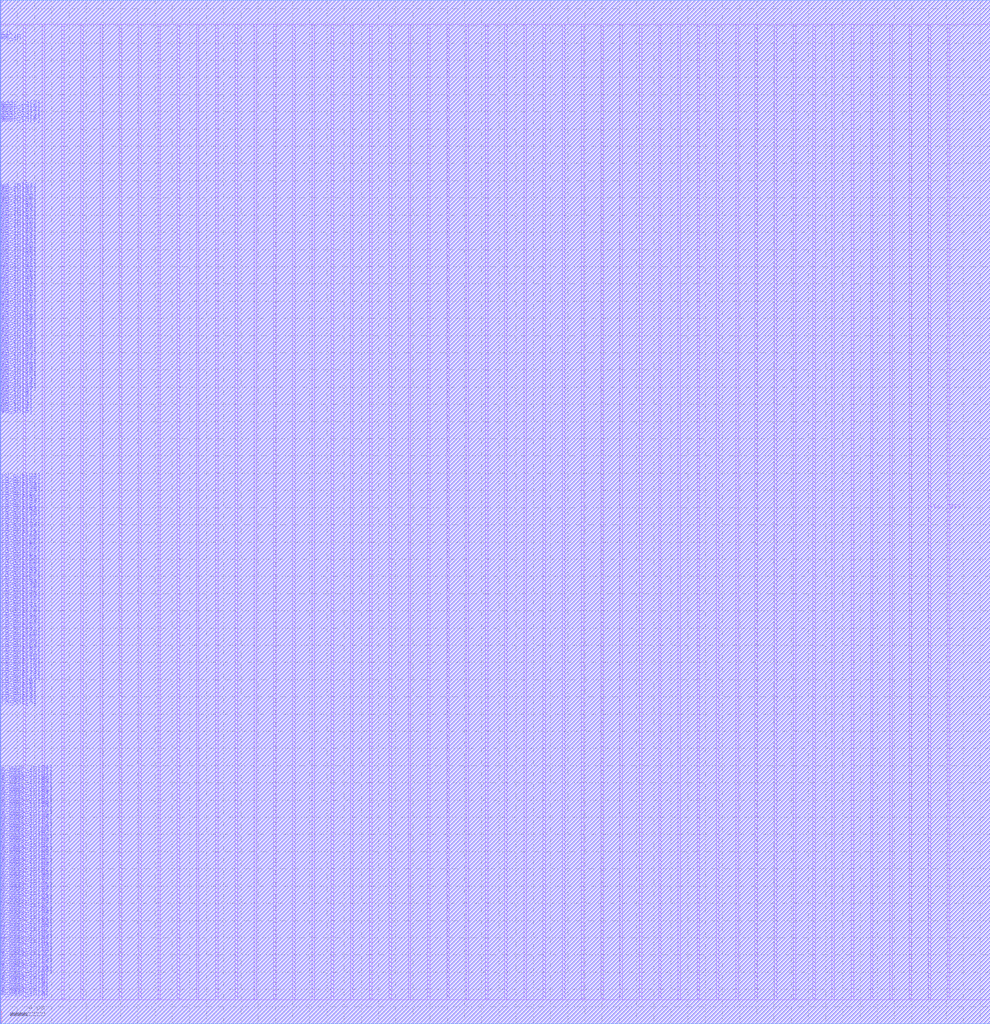
<source format=lef>
VERSION 5.7 ;
BUSBITCHARS "[]" ;
MACRO fakeram45_256x95_upper
  FOREIGN fakeram45_256x95_upper 0 0 ;
  SYMMETRY X Y R90 ;
  SIZE 0.19 BY 1.4 ;
  CLASS BLOCK ;
  PIN w_mask_in[0]
    DIRECTION INPUT ;
    USE SIGNAL ;
    SHAPE ABUTMENT ;
    PORT
      LAYER metal18 ;
      RECT 0.000 2.800 0.070 2.870 ;
    END
  END w_mask_in[0]
  PIN w_mask_in[1]
    DIRECTION INPUT ;
    USE SIGNAL ;
    SHAPE ABUTMENT ;
    PORT
      LAYER metal18 ;
      RECT 0.000 3.080 0.070 3.150 ;
    END
  END w_mask_in[1]
  PIN w_mask_in[2]
    DIRECTION INPUT ;
    USE SIGNAL ;
    SHAPE ABUTMENT ;
    PORT
      LAYER metal18 ;
      RECT 0.000 3.360 0.070 3.430 ;
    END
  END w_mask_in[2]
  PIN w_mask_in[3]
    DIRECTION INPUT ;
    USE SIGNAL ;
    SHAPE ABUTMENT ;
    PORT
      LAYER metal18 ;
      RECT 0.000 3.640 0.070 3.710 ;
    END
  END w_mask_in[3]
  PIN w_mask_in[4]
    DIRECTION INPUT ;
    USE SIGNAL ;
    SHAPE ABUTMENT ;
    PORT
      LAYER metal18 ;
      RECT 0.000 3.920 0.070 3.990 ;
    END
  END w_mask_in[4]
  PIN w_mask_in[5]
    DIRECTION INPUT ;
    USE SIGNAL ;
    SHAPE ABUTMENT ;
    PORT
      LAYER metal18 ;
      RECT 0.000 4.200 0.070 4.270 ;
    END
  END w_mask_in[5]
  PIN w_mask_in[6]
    DIRECTION INPUT ;
    USE SIGNAL ;
    SHAPE ABUTMENT ;
    PORT
      LAYER metal18 ;
      RECT 0.000 4.480 0.070 4.550 ;
    END
  END w_mask_in[6]
  PIN w_mask_in[7]
    DIRECTION INPUT ;
    USE SIGNAL ;
    SHAPE ABUTMENT ;
    PORT
      LAYER metal18 ;
      RECT 0.000 4.760 0.070 4.830 ;
    END
  END w_mask_in[7]
  PIN w_mask_in[8]
    DIRECTION INPUT ;
    USE SIGNAL ;
    SHAPE ABUTMENT ;
    PORT
      LAYER metal18 ;
      RECT 0.000 5.040 0.070 5.110 ;
    END
  END w_mask_in[8]
  PIN w_mask_in[9]
    DIRECTION INPUT ;
    USE SIGNAL ;
    SHAPE ABUTMENT ;
    PORT
      LAYER metal18 ;
      RECT 0.000 5.320 0.070 5.390 ;
    END
  END w_mask_in[9]
  PIN w_mask_in[10]
    DIRECTION INPUT ;
    USE SIGNAL ;
    SHAPE ABUTMENT ;
    PORT
      LAYER metal18 ;
      RECT 0.000 5.600 0.070 5.670 ;
    END
  END w_mask_in[10]
  PIN w_mask_in[11]
    DIRECTION INPUT ;
    USE SIGNAL ;
    SHAPE ABUTMENT ;
    PORT
      LAYER metal18 ;
      RECT 0.000 5.880 0.070 5.950 ;
    END
  END w_mask_in[11]
  PIN w_mask_in[12]
    DIRECTION INPUT ;
    USE SIGNAL ;
    SHAPE ABUTMENT ;
    PORT
      LAYER metal18 ;
      RECT 0.000 6.160 0.070 6.230 ;
    END
  END w_mask_in[12]
  PIN w_mask_in[13]
    DIRECTION INPUT ;
    USE SIGNAL ;
    SHAPE ABUTMENT ;
    PORT
      LAYER metal18 ;
      RECT 0.000 6.440 0.070 6.510 ;
    END
  END w_mask_in[13]
  PIN w_mask_in[14]
    DIRECTION INPUT ;
    USE SIGNAL ;
    SHAPE ABUTMENT ;
    PORT
      LAYER metal18 ;
      RECT 0.000 6.720 0.070 6.790 ;
    END
  END w_mask_in[14]
  PIN w_mask_in[15]
    DIRECTION INPUT ;
    USE SIGNAL ;
    SHAPE ABUTMENT ;
    PORT
      LAYER metal18 ;
      RECT 0.000 7.000 0.070 7.070 ;
    END
  END w_mask_in[15]
  PIN w_mask_in[16]
    DIRECTION INPUT ;
    USE SIGNAL ;
    SHAPE ABUTMENT ;
    PORT
      LAYER metal18 ;
      RECT 0.000 7.280 0.070 7.350 ;
    END
  END w_mask_in[16]
  PIN w_mask_in[17]
    DIRECTION INPUT ;
    USE SIGNAL ;
    SHAPE ABUTMENT ;
    PORT
      LAYER metal18 ;
      RECT 0.000 7.560 0.070 7.630 ;
    END
  END w_mask_in[17]
  PIN w_mask_in[18]
    DIRECTION INPUT ;
    USE SIGNAL ;
    SHAPE ABUTMENT ;
    PORT
      LAYER metal18 ;
      RECT 0.000 7.840 0.070 7.910 ;
    END
  END w_mask_in[18]
  PIN w_mask_in[19]
    DIRECTION INPUT ;
    USE SIGNAL ;
    SHAPE ABUTMENT ;
    PORT
      LAYER metal18 ;
      RECT 0.000 8.120 0.070 8.190 ;
    END
  END w_mask_in[19]
  PIN w_mask_in[20]
    DIRECTION INPUT ;
    USE SIGNAL ;
    SHAPE ABUTMENT ;
    PORT
      LAYER metal18 ;
      RECT 0.000 8.400 0.070 8.470 ;
    END
  END w_mask_in[20]
  PIN w_mask_in[21]
    DIRECTION INPUT ;
    USE SIGNAL ;
    SHAPE ABUTMENT ;
    PORT
      LAYER metal18 ;
      RECT 0.000 8.680 0.070 8.750 ;
    END
  END w_mask_in[21]
  PIN w_mask_in[22]
    DIRECTION INPUT ;
    USE SIGNAL ;
    SHAPE ABUTMENT ;
    PORT
      LAYER metal18 ;
      RECT 0.000 8.960 0.070 9.030 ;
    END
  END w_mask_in[22]
  PIN w_mask_in[23]
    DIRECTION INPUT ;
    USE SIGNAL ;
    SHAPE ABUTMENT ;
    PORT
      LAYER metal18 ;
      RECT 0.000 9.240 0.070 9.310 ;
    END
  END w_mask_in[23]
  PIN w_mask_in[24]
    DIRECTION INPUT ;
    USE SIGNAL ;
    SHAPE ABUTMENT ;
    PORT
      LAYER metal18 ;
      RECT 0.000 9.520 0.070 9.590 ;
    END
  END w_mask_in[24]
  PIN w_mask_in[25]
    DIRECTION INPUT ;
    USE SIGNAL ;
    SHAPE ABUTMENT ;
    PORT
      LAYER metal18 ;
      RECT 0.000 9.800 0.070 9.870 ;
    END
  END w_mask_in[25]
  PIN w_mask_in[26]
    DIRECTION INPUT ;
    USE SIGNAL ;
    SHAPE ABUTMENT ;
    PORT
      LAYER metal18 ;
      RECT 0.000 10.080 0.070 10.150 ;
    END
  END w_mask_in[26]
  PIN w_mask_in[27]
    DIRECTION INPUT ;
    USE SIGNAL ;
    SHAPE ABUTMENT ;
    PORT
      LAYER metal18 ;
      RECT 0.000 10.360 0.070 10.430 ;
    END
  END w_mask_in[27]
  PIN w_mask_in[28]
    DIRECTION INPUT ;
    USE SIGNAL ;
    SHAPE ABUTMENT ;
    PORT
      LAYER metal18 ;
      RECT 0.000 10.640 0.070 10.710 ;
    END
  END w_mask_in[28]
  PIN w_mask_in[29]
    DIRECTION INPUT ;
    USE SIGNAL ;
    SHAPE ABUTMENT ;
    PORT
      LAYER metal18 ;
      RECT 0.000 10.920 0.070 10.990 ;
    END
  END w_mask_in[29]
  PIN w_mask_in[30]
    DIRECTION INPUT ;
    USE SIGNAL ;
    SHAPE ABUTMENT ;
    PORT
      LAYER metal18 ;
      RECT 0.000 11.200 0.070 11.270 ;
    END
  END w_mask_in[30]
  PIN w_mask_in[31]
    DIRECTION INPUT ;
    USE SIGNAL ;
    SHAPE ABUTMENT ;
    PORT
      LAYER metal18 ;
      RECT 0.000 11.480 0.070 11.550 ;
    END
  END w_mask_in[31]
  PIN w_mask_in[32]
    DIRECTION INPUT ;
    USE SIGNAL ;
    SHAPE ABUTMENT ;
    PORT
      LAYER metal18 ;
      RECT 0.000 11.760 0.070 11.830 ;
    END
  END w_mask_in[32]
  PIN w_mask_in[33]
    DIRECTION INPUT ;
    USE SIGNAL ;
    SHAPE ABUTMENT ;
    PORT
      LAYER metal18 ;
      RECT 0.000 12.040 0.070 12.110 ;
    END
  END w_mask_in[33]
  PIN w_mask_in[34]
    DIRECTION INPUT ;
    USE SIGNAL ;
    SHAPE ABUTMENT ;
    PORT
      LAYER metal18 ;
      RECT 0.000 12.320 0.070 12.390 ;
    END
  END w_mask_in[34]
  PIN w_mask_in[35]
    DIRECTION INPUT ;
    USE SIGNAL ;
    SHAPE ABUTMENT ;
    PORT
      LAYER metal18 ;
      RECT 0.000 12.600 0.070 12.670 ;
    END
  END w_mask_in[35]
  PIN w_mask_in[36]
    DIRECTION INPUT ;
    USE SIGNAL ;
    SHAPE ABUTMENT ;
    PORT
      LAYER metal18 ;
      RECT 0.000 12.880 0.070 12.950 ;
    END
  END w_mask_in[36]
  PIN w_mask_in[37]
    DIRECTION INPUT ;
    USE SIGNAL ;
    SHAPE ABUTMENT ;
    PORT
      LAYER metal18 ;
      RECT 0.000 13.160 0.070 13.230 ;
    END
  END w_mask_in[37]
  PIN w_mask_in[38]
    DIRECTION INPUT ;
    USE SIGNAL ;
    SHAPE ABUTMENT ;
    PORT
      LAYER metal18 ;
      RECT 0.000 13.440 0.070 13.510 ;
    END
  END w_mask_in[38]
  PIN w_mask_in[39]
    DIRECTION INPUT ;
    USE SIGNAL ;
    SHAPE ABUTMENT ;
    PORT
      LAYER metal18 ;
      RECT 0.000 13.720 0.070 13.790 ;
    END
  END w_mask_in[39]
  PIN w_mask_in[40]
    DIRECTION INPUT ;
    USE SIGNAL ;
    SHAPE ABUTMENT ;
    PORT
      LAYER metal18 ;
      RECT 0.000 14.000 0.070 14.070 ;
    END
  END w_mask_in[40]
  PIN w_mask_in[41]
    DIRECTION INPUT ;
    USE SIGNAL ;
    SHAPE ABUTMENT ;
    PORT
      LAYER metal18 ;
      RECT 0.000 14.280 0.070 14.350 ;
    END
  END w_mask_in[41]
  PIN w_mask_in[42]
    DIRECTION INPUT ;
    USE SIGNAL ;
    SHAPE ABUTMENT ;
    PORT
      LAYER metal18 ;
      RECT 0.000 14.560 0.070 14.630 ;
    END
  END w_mask_in[42]
  PIN w_mask_in[43]
    DIRECTION INPUT ;
    USE SIGNAL ;
    SHAPE ABUTMENT ;
    PORT
      LAYER metal18 ;
      RECT 0.000 14.840 0.070 14.910 ;
    END
  END w_mask_in[43]
  PIN w_mask_in[44]
    DIRECTION INPUT ;
    USE SIGNAL ;
    SHAPE ABUTMENT ;
    PORT
      LAYER metal18 ;
      RECT 0.000 15.120 0.070 15.190 ;
    END
  END w_mask_in[44]
  PIN w_mask_in[45]
    DIRECTION INPUT ;
    USE SIGNAL ;
    SHAPE ABUTMENT ;
    PORT
      LAYER metal18 ;
      RECT 0.000 15.400 0.070 15.470 ;
    END
  END w_mask_in[45]
  PIN w_mask_in[46]
    DIRECTION INPUT ;
    USE SIGNAL ;
    SHAPE ABUTMENT ;
    PORT
      LAYER metal18 ;
      RECT 0.000 15.680 0.070 15.750 ;
    END
  END w_mask_in[46]
  PIN w_mask_in[47]
    DIRECTION INPUT ;
    USE SIGNAL ;
    SHAPE ABUTMENT ;
    PORT
      LAYER metal18 ;
      RECT 0.000 15.960 0.070 16.030 ;
    END
  END w_mask_in[47]
  PIN w_mask_in[48]
    DIRECTION INPUT ;
    USE SIGNAL ;
    SHAPE ABUTMENT ;
    PORT
      LAYER metal18 ;
      RECT 0.000 16.240 0.070 16.310 ;
    END
  END w_mask_in[48]
  PIN w_mask_in[49]
    DIRECTION INPUT ;
    USE SIGNAL ;
    SHAPE ABUTMENT ;
    PORT
      LAYER metal18 ;
      RECT 0.000 16.520 0.070 16.590 ;
    END
  END w_mask_in[49]
  PIN w_mask_in[50]
    DIRECTION INPUT ;
    USE SIGNAL ;
    SHAPE ABUTMENT ;
    PORT
      LAYER metal18 ;
      RECT 0.000 16.800 0.070 16.870 ;
    END
  END w_mask_in[50]
  PIN w_mask_in[51]
    DIRECTION INPUT ;
    USE SIGNAL ;
    SHAPE ABUTMENT ;
    PORT
      LAYER metal18 ;
      RECT 0.000 17.080 0.070 17.150 ;
    END
  END w_mask_in[51]
  PIN w_mask_in[52]
    DIRECTION INPUT ;
    USE SIGNAL ;
    SHAPE ABUTMENT ;
    PORT
      LAYER metal18 ;
      RECT 0.000 17.360 0.070 17.430 ;
    END
  END w_mask_in[52]
  PIN w_mask_in[53]
    DIRECTION INPUT ;
    USE SIGNAL ;
    SHAPE ABUTMENT ;
    PORT
      LAYER metal18 ;
      RECT 0.000 17.640 0.070 17.710 ;
    END
  END w_mask_in[53]
  PIN w_mask_in[54]
    DIRECTION INPUT ;
    USE SIGNAL ;
    SHAPE ABUTMENT ;
    PORT
      LAYER metal18 ;
      RECT 0.000 17.920 0.070 17.990 ;
    END
  END w_mask_in[54]
  PIN w_mask_in[55]
    DIRECTION INPUT ;
    USE SIGNAL ;
    SHAPE ABUTMENT ;
    PORT
      LAYER metal18 ;
      RECT 0.000 18.200 0.070 18.270 ;
    END
  END w_mask_in[55]
  PIN w_mask_in[56]
    DIRECTION INPUT ;
    USE SIGNAL ;
    SHAPE ABUTMENT ;
    PORT
      LAYER metal18 ;
      RECT 0.000 18.480 0.070 18.550 ;
    END
  END w_mask_in[56]
  PIN w_mask_in[57]
    DIRECTION INPUT ;
    USE SIGNAL ;
    SHAPE ABUTMENT ;
    PORT
      LAYER metal18 ;
      RECT 0.000 18.760 0.070 18.830 ;
    END
  END w_mask_in[57]
  PIN w_mask_in[58]
    DIRECTION INPUT ;
    USE SIGNAL ;
    SHAPE ABUTMENT ;
    PORT
      LAYER metal18 ;
      RECT 0.000 19.040 0.070 19.110 ;
    END
  END w_mask_in[58]
  PIN w_mask_in[59]
    DIRECTION INPUT ;
    USE SIGNAL ;
    SHAPE ABUTMENT ;
    PORT
      LAYER metal18 ;
      RECT 0.000 19.320 0.070 19.390 ;
    END
  END w_mask_in[59]
  PIN w_mask_in[60]
    DIRECTION INPUT ;
    USE SIGNAL ;
    SHAPE ABUTMENT ;
    PORT
      LAYER metal18 ;
      RECT 0.000 19.600 0.070 19.670 ;
    END
  END w_mask_in[60]
  PIN w_mask_in[61]
    DIRECTION INPUT ;
    USE SIGNAL ;
    SHAPE ABUTMENT ;
    PORT
      LAYER metal18 ;
      RECT 0.000 19.880 0.070 19.950 ;
    END
  END w_mask_in[61]
  PIN w_mask_in[62]
    DIRECTION INPUT ;
    USE SIGNAL ;
    SHAPE ABUTMENT ;
    PORT
      LAYER metal18 ;
      RECT 0.000 20.160 0.070 20.230 ;
    END
  END w_mask_in[62]
  PIN w_mask_in[63]
    DIRECTION INPUT ;
    USE SIGNAL ;
    SHAPE ABUTMENT ;
    PORT
      LAYER metal18 ;
      RECT 0.000 20.440 0.070 20.510 ;
    END
  END w_mask_in[63]
  PIN w_mask_in[64]
    DIRECTION INPUT ;
    USE SIGNAL ;
    SHAPE ABUTMENT ;
    PORT
      LAYER metal18 ;
      RECT 0.000 20.720 0.070 20.790 ;
    END
  END w_mask_in[64]
  PIN w_mask_in[65]
    DIRECTION INPUT ;
    USE SIGNAL ;
    SHAPE ABUTMENT ;
    PORT
      LAYER metal18 ;
      RECT 0.000 21.000 0.070 21.070 ;
    END
  END w_mask_in[65]
  PIN w_mask_in[66]
    DIRECTION INPUT ;
    USE SIGNAL ;
    SHAPE ABUTMENT ;
    PORT
      LAYER metal18 ;
      RECT 0.000 21.280 0.070 21.350 ;
    END
  END w_mask_in[66]
  PIN w_mask_in[67]
    DIRECTION INPUT ;
    USE SIGNAL ;
    SHAPE ABUTMENT ;
    PORT
      LAYER metal18 ;
      RECT 0.000 21.560 0.070 21.630 ;
    END
  END w_mask_in[67]
  PIN w_mask_in[68]
    DIRECTION INPUT ;
    USE SIGNAL ;
    SHAPE ABUTMENT ;
    PORT
      LAYER metal18 ;
      RECT 0.000 21.840 0.070 21.910 ;
    END
  END w_mask_in[68]
  PIN w_mask_in[69]
    DIRECTION INPUT ;
    USE SIGNAL ;
    SHAPE ABUTMENT ;
    PORT
      LAYER metal18 ;
      RECT 0.000 22.120 0.070 22.190 ;
    END
  END w_mask_in[69]
  PIN w_mask_in[70]
    DIRECTION INPUT ;
    USE SIGNAL ;
    SHAPE ABUTMENT ;
    PORT
      LAYER metal18 ;
      RECT 0.000 22.400 0.070 22.470 ;
    END
  END w_mask_in[70]
  PIN w_mask_in[71]
    DIRECTION INPUT ;
    USE SIGNAL ;
    SHAPE ABUTMENT ;
    PORT
      LAYER metal18 ;
      RECT 0.000 22.680 0.070 22.750 ;
    END
  END w_mask_in[71]
  PIN w_mask_in[72]
    DIRECTION INPUT ;
    USE SIGNAL ;
    SHAPE ABUTMENT ;
    PORT
      LAYER metal18 ;
      RECT 0.000 22.960 0.070 23.030 ;
    END
  END w_mask_in[72]
  PIN w_mask_in[73]
    DIRECTION INPUT ;
    USE SIGNAL ;
    SHAPE ABUTMENT ;
    PORT
      LAYER metal18 ;
      RECT 0.000 23.240 0.070 23.310 ;
    END
  END w_mask_in[73]
  PIN w_mask_in[74]
    DIRECTION INPUT ;
    USE SIGNAL ;
    SHAPE ABUTMENT ;
    PORT
      LAYER metal18 ;
      RECT 0.000 23.520 0.070 23.590 ;
    END
  END w_mask_in[74]
  PIN w_mask_in[75]
    DIRECTION INPUT ;
    USE SIGNAL ;
    SHAPE ABUTMENT ;
    PORT
      LAYER metal18 ;
      RECT 0.000 23.800 0.070 23.870 ;
    END
  END w_mask_in[75]
  PIN w_mask_in[76]
    DIRECTION INPUT ;
    USE SIGNAL ;
    SHAPE ABUTMENT ;
    PORT
      LAYER metal18 ;
      RECT 0.000 24.080 0.070 24.150 ;
    END
  END w_mask_in[76]
  PIN w_mask_in[77]
    DIRECTION INPUT ;
    USE SIGNAL ;
    SHAPE ABUTMENT ;
    PORT
      LAYER metal18 ;
      RECT 0.000 24.360 0.070 24.430 ;
    END
  END w_mask_in[77]
  PIN w_mask_in[78]
    DIRECTION INPUT ;
    USE SIGNAL ;
    SHAPE ABUTMENT ;
    PORT
      LAYER metal18 ;
      RECT 0.000 24.640 0.070 24.710 ;
    END
  END w_mask_in[78]
  PIN w_mask_in[79]
    DIRECTION INPUT ;
    USE SIGNAL ;
    SHAPE ABUTMENT ;
    PORT
      LAYER metal18 ;
      RECT 0.000 24.920 0.070 24.990 ;
    END
  END w_mask_in[79]
  PIN w_mask_in[80]
    DIRECTION INPUT ;
    USE SIGNAL ;
    SHAPE ABUTMENT ;
    PORT
      LAYER metal18 ;
      RECT 0.000 25.200 0.070 25.270 ;
    END
  END w_mask_in[80]
  PIN w_mask_in[81]
    DIRECTION INPUT ;
    USE SIGNAL ;
    SHAPE ABUTMENT ;
    PORT
      LAYER metal18 ;
      RECT 0.000 25.480 0.070 25.550 ;
    END
  END w_mask_in[81]
  PIN w_mask_in[82]
    DIRECTION INPUT ;
    USE SIGNAL ;
    SHAPE ABUTMENT ;
    PORT
      LAYER metal18 ;
      RECT 0.000 25.760 0.070 25.830 ;
    END
  END w_mask_in[82]
  PIN w_mask_in[83]
    DIRECTION INPUT ;
    USE SIGNAL ;
    SHAPE ABUTMENT ;
    PORT
      LAYER metal18 ;
      RECT 0.000 26.040 0.070 26.110 ;
    END
  END w_mask_in[83]
  PIN w_mask_in[84]
    DIRECTION INPUT ;
    USE SIGNAL ;
    SHAPE ABUTMENT ;
    PORT
      LAYER metal18 ;
      RECT 0.000 26.320 0.070 26.390 ;
    END
  END w_mask_in[84]
  PIN w_mask_in[85]
    DIRECTION INPUT ;
    USE SIGNAL ;
    SHAPE ABUTMENT ;
    PORT
      LAYER metal18 ;
      RECT 0.000 26.600 0.070 26.670 ;
    END
  END w_mask_in[85]
  PIN w_mask_in[86]
    DIRECTION INPUT ;
    USE SIGNAL ;
    SHAPE ABUTMENT ;
    PORT
      LAYER metal18 ;
      RECT 0.000 26.880 0.070 26.950 ;
    END
  END w_mask_in[86]
  PIN w_mask_in[87]
    DIRECTION INPUT ;
    USE SIGNAL ;
    SHAPE ABUTMENT ;
    PORT
      LAYER metal18 ;
      RECT 0.000 27.160 0.070 27.230 ;
    END
  END w_mask_in[87]
  PIN w_mask_in[88]
    DIRECTION INPUT ;
    USE SIGNAL ;
    SHAPE ABUTMENT ;
    PORT
      LAYER metal18 ;
      RECT 0.000 27.440 0.070 27.510 ;
    END
  END w_mask_in[88]
  PIN w_mask_in[89]
    DIRECTION INPUT ;
    USE SIGNAL ;
    SHAPE ABUTMENT ;
    PORT
      LAYER metal18 ;
      RECT 0.000 27.720 0.070 27.790 ;
    END
  END w_mask_in[89]
  PIN w_mask_in[90]
    DIRECTION INPUT ;
    USE SIGNAL ;
    SHAPE ABUTMENT ;
    PORT
      LAYER metal18 ;
      RECT 0.000 28.000 0.070 28.070 ;
    END
  END w_mask_in[90]
  PIN w_mask_in[91]
    DIRECTION INPUT ;
    USE SIGNAL ;
    SHAPE ABUTMENT ;
    PORT
      LAYER metal18 ;
      RECT 0.000 28.280 0.070 28.350 ;
    END
  END w_mask_in[91]
  PIN w_mask_in[92]
    DIRECTION INPUT ;
    USE SIGNAL ;
    SHAPE ABUTMENT ;
    PORT
      LAYER metal18 ;
      RECT 0.000 28.560 0.070 28.630 ;
    END
  END w_mask_in[92]
  PIN w_mask_in[93]
    DIRECTION INPUT ;
    USE SIGNAL ;
    SHAPE ABUTMENT ;
    PORT
      LAYER metal18 ;
      RECT 0.000 28.840 0.070 28.910 ;
    END
  END w_mask_in[93]
  PIN w_mask_in[94]
    DIRECTION INPUT ;
    USE SIGNAL ;
    SHAPE ABUTMENT ;
    PORT
      LAYER metal18 ;
      RECT 0.000 29.120 0.070 29.190 ;
    END
  END w_mask_in[94]
  PIN rd_out[0]
    DIRECTION OUTPUT ;
    USE SIGNAL ;
    SHAPE ABUTMENT ;
    PORT
      LAYER metal18 ;
      RECT 0.000 36.680 0.070 36.750 ;
    END
  END rd_out[0]
  PIN rd_out[1]
    DIRECTION OUTPUT ;
    USE SIGNAL ;
    SHAPE ABUTMENT ;
    PORT
      LAYER metal18 ;
      RECT 0.000 36.960 0.070 37.030 ;
    END
  END rd_out[1]
  PIN rd_out[2]
    DIRECTION OUTPUT ;
    USE SIGNAL ;
    SHAPE ABUTMENT ;
    PORT
      LAYER metal18 ;
      RECT 0.000 37.240 0.070 37.310 ;
    END
  END rd_out[2]
  PIN rd_out[3]
    DIRECTION OUTPUT ;
    USE SIGNAL ;
    SHAPE ABUTMENT ;
    PORT
      LAYER metal18 ;
      RECT 0.000 37.520 0.070 37.590 ;
    END
  END rd_out[3]
  PIN rd_out[4]
    DIRECTION OUTPUT ;
    USE SIGNAL ;
    SHAPE ABUTMENT ;
    PORT
      LAYER metal18 ;
      RECT 0.000 37.800 0.070 37.870 ;
    END
  END rd_out[4]
  PIN rd_out[5]
    DIRECTION OUTPUT ;
    USE SIGNAL ;
    SHAPE ABUTMENT ;
    PORT
      LAYER metal18 ;
      RECT 0.000 38.080 0.070 38.150 ;
    END
  END rd_out[5]
  PIN rd_out[6]
    DIRECTION OUTPUT ;
    USE SIGNAL ;
    SHAPE ABUTMENT ;
    PORT
      LAYER metal18 ;
      RECT 0.000 38.360 0.070 38.430 ;
    END
  END rd_out[6]
  PIN rd_out[7]
    DIRECTION OUTPUT ;
    USE SIGNAL ;
    SHAPE ABUTMENT ;
    PORT
      LAYER metal18 ;
      RECT 0.000 38.640 0.070 38.710 ;
    END
  END rd_out[7]
  PIN rd_out[8]
    DIRECTION OUTPUT ;
    USE SIGNAL ;
    SHAPE ABUTMENT ;
    PORT
      LAYER metal18 ;
      RECT 0.000 38.920 0.070 38.990 ;
    END
  END rd_out[8]
  PIN rd_out[9]
    DIRECTION OUTPUT ;
    USE SIGNAL ;
    SHAPE ABUTMENT ;
    PORT
      LAYER metal18 ;
      RECT 0.000 39.200 0.070 39.270 ;
    END
  END rd_out[9]
  PIN rd_out[10]
    DIRECTION OUTPUT ;
    USE SIGNAL ;
    SHAPE ABUTMENT ;
    PORT
      LAYER metal18 ;
      RECT 0.000 39.480 0.070 39.550 ;
    END
  END rd_out[10]
  PIN rd_out[11]
    DIRECTION OUTPUT ;
    USE SIGNAL ;
    SHAPE ABUTMENT ;
    PORT
      LAYER metal18 ;
      RECT 0.000 39.760 0.070 39.830 ;
    END
  END rd_out[11]
  PIN rd_out[12]
    DIRECTION OUTPUT ;
    USE SIGNAL ;
    SHAPE ABUTMENT ;
    PORT
      LAYER metal18 ;
      RECT 0.000 40.040 0.070 40.110 ;
    END
  END rd_out[12]
  PIN rd_out[13]
    DIRECTION OUTPUT ;
    USE SIGNAL ;
    SHAPE ABUTMENT ;
    PORT
      LAYER metal18 ;
      RECT 0.000 40.320 0.070 40.390 ;
    END
  END rd_out[13]
  PIN rd_out[14]
    DIRECTION OUTPUT ;
    USE SIGNAL ;
    SHAPE ABUTMENT ;
    PORT
      LAYER metal18 ;
      RECT 0.000 40.600 0.070 40.670 ;
    END
  END rd_out[14]
  PIN rd_out[15]
    DIRECTION OUTPUT ;
    USE SIGNAL ;
    SHAPE ABUTMENT ;
    PORT
      LAYER metal18 ;
      RECT 0.000 40.880 0.070 40.950 ;
    END
  END rd_out[15]
  PIN rd_out[16]
    DIRECTION OUTPUT ;
    USE SIGNAL ;
    SHAPE ABUTMENT ;
    PORT
      LAYER metal18 ;
      RECT 0.000 41.160 0.070 41.230 ;
    END
  END rd_out[16]
  PIN rd_out[17]
    DIRECTION OUTPUT ;
    USE SIGNAL ;
    SHAPE ABUTMENT ;
    PORT
      LAYER metal18 ;
      RECT 0.000 41.440 0.070 41.510 ;
    END
  END rd_out[17]
  PIN rd_out[18]
    DIRECTION OUTPUT ;
    USE SIGNAL ;
    SHAPE ABUTMENT ;
    PORT
      LAYER metal18 ;
      RECT 0.000 41.720 0.070 41.790 ;
    END
  END rd_out[18]
  PIN rd_out[19]
    DIRECTION OUTPUT ;
    USE SIGNAL ;
    SHAPE ABUTMENT ;
    PORT
      LAYER metal18 ;
      RECT 0.000 42.000 0.070 42.070 ;
    END
  END rd_out[19]
  PIN rd_out[20]
    DIRECTION OUTPUT ;
    USE SIGNAL ;
    SHAPE ABUTMENT ;
    PORT
      LAYER metal18 ;
      RECT 0.000 42.280 0.070 42.350 ;
    END
  END rd_out[20]
  PIN rd_out[21]
    DIRECTION OUTPUT ;
    USE SIGNAL ;
    SHAPE ABUTMENT ;
    PORT
      LAYER metal18 ;
      RECT 0.000 42.560 0.070 42.630 ;
    END
  END rd_out[21]
  PIN rd_out[22]
    DIRECTION OUTPUT ;
    USE SIGNAL ;
    SHAPE ABUTMENT ;
    PORT
      LAYER metal18 ;
      RECT 0.000 42.840 0.070 42.910 ;
    END
  END rd_out[22]
  PIN rd_out[23]
    DIRECTION OUTPUT ;
    USE SIGNAL ;
    SHAPE ABUTMENT ;
    PORT
      LAYER metal18 ;
      RECT 0.000 43.120 0.070 43.190 ;
    END
  END rd_out[23]
  PIN rd_out[24]
    DIRECTION OUTPUT ;
    USE SIGNAL ;
    SHAPE ABUTMENT ;
    PORT
      LAYER metal18 ;
      RECT 0.000 43.400 0.070 43.470 ;
    END
  END rd_out[24]
  PIN rd_out[25]
    DIRECTION OUTPUT ;
    USE SIGNAL ;
    SHAPE ABUTMENT ;
    PORT
      LAYER metal18 ;
      RECT 0.000 43.680 0.070 43.750 ;
    END
  END rd_out[25]
  PIN rd_out[26]
    DIRECTION OUTPUT ;
    USE SIGNAL ;
    SHAPE ABUTMENT ;
    PORT
      LAYER metal18 ;
      RECT 0.000 43.960 0.070 44.030 ;
    END
  END rd_out[26]
  PIN rd_out[27]
    DIRECTION OUTPUT ;
    USE SIGNAL ;
    SHAPE ABUTMENT ;
    PORT
      LAYER metal18 ;
      RECT 0.000 44.240 0.070 44.310 ;
    END
  END rd_out[27]
  PIN rd_out[28]
    DIRECTION OUTPUT ;
    USE SIGNAL ;
    SHAPE ABUTMENT ;
    PORT
      LAYER metal18 ;
      RECT 0.000 44.520 0.070 44.590 ;
    END
  END rd_out[28]
  PIN rd_out[29]
    DIRECTION OUTPUT ;
    USE SIGNAL ;
    SHAPE ABUTMENT ;
    PORT
      LAYER metal18 ;
      RECT 0.000 44.800 0.070 44.870 ;
    END
  END rd_out[29]
  PIN rd_out[30]
    DIRECTION OUTPUT ;
    USE SIGNAL ;
    SHAPE ABUTMENT ;
    PORT
      LAYER metal18 ;
      RECT 0.000 45.080 0.070 45.150 ;
    END
  END rd_out[30]
  PIN rd_out[31]
    DIRECTION OUTPUT ;
    USE SIGNAL ;
    SHAPE ABUTMENT ;
    PORT
      LAYER metal18 ;
      RECT 0.000 45.360 0.070 45.430 ;
    END
  END rd_out[31]
  PIN rd_out[32]
    DIRECTION OUTPUT ;
    USE SIGNAL ;
    SHAPE ABUTMENT ;
    PORT
      LAYER metal18 ;
      RECT 0.000 45.640 0.070 45.710 ;
    END
  END rd_out[32]
  PIN rd_out[33]
    DIRECTION OUTPUT ;
    USE SIGNAL ;
    SHAPE ABUTMENT ;
    PORT
      LAYER metal18 ;
      RECT 0.000 45.920 0.070 45.990 ;
    END
  END rd_out[33]
  PIN rd_out[34]
    DIRECTION OUTPUT ;
    USE SIGNAL ;
    SHAPE ABUTMENT ;
    PORT
      LAYER metal18 ;
      RECT 0.000 46.200 0.070 46.270 ;
    END
  END rd_out[34]
  PIN rd_out[35]
    DIRECTION OUTPUT ;
    USE SIGNAL ;
    SHAPE ABUTMENT ;
    PORT
      LAYER metal18 ;
      RECT 0.000 46.480 0.070 46.550 ;
    END
  END rd_out[35]
  PIN rd_out[36]
    DIRECTION OUTPUT ;
    USE SIGNAL ;
    SHAPE ABUTMENT ;
    PORT
      LAYER metal18 ;
      RECT 0.000 46.760 0.070 46.830 ;
    END
  END rd_out[36]
  PIN rd_out[37]
    DIRECTION OUTPUT ;
    USE SIGNAL ;
    SHAPE ABUTMENT ;
    PORT
      LAYER metal18 ;
      RECT 0.000 47.040 0.070 47.110 ;
    END
  END rd_out[37]
  PIN rd_out[38]
    DIRECTION OUTPUT ;
    USE SIGNAL ;
    SHAPE ABUTMENT ;
    PORT
      LAYER metal18 ;
      RECT 0.000 47.320 0.070 47.390 ;
    END
  END rd_out[38]
  PIN rd_out[39]
    DIRECTION OUTPUT ;
    USE SIGNAL ;
    SHAPE ABUTMENT ;
    PORT
      LAYER metal18 ;
      RECT 0.000 47.600 0.070 47.670 ;
    END
  END rd_out[39]
  PIN rd_out[40]
    DIRECTION OUTPUT ;
    USE SIGNAL ;
    SHAPE ABUTMENT ;
    PORT
      LAYER metal18 ;
      RECT 0.000 47.880 0.070 47.950 ;
    END
  END rd_out[40]
  PIN rd_out[41]
    DIRECTION OUTPUT ;
    USE SIGNAL ;
    SHAPE ABUTMENT ;
    PORT
      LAYER metal18 ;
      RECT 0.000 48.160 0.070 48.230 ;
    END
  END rd_out[41]
  PIN rd_out[42]
    DIRECTION OUTPUT ;
    USE SIGNAL ;
    SHAPE ABUTMENT ;
    PORT
      LAYER metal18 ;
      RECT 0.000 48.440 0.070 48.510 ;
    END
  END rd_out[42]
  PIN rd_out[43]
    DIRECTION OUTPUT ;
    USE SIGNAL ;
    SHAPE ABUTMENT ;
    PORT
      LAYER metal18 ;
      RECT 0.000 48.720 0.070 48.790 ;
    END
  END rd_out[43]
  PIN rd_out[44]
    DIRECTION OUTPUT ;
    USE SIGNAL ;
    SHAPE ABUTMENT ;
    PORT
      LAYER metal18 ;
      RECT 0.000 49.000 0.070 49.070 ;
    END
  END rd_out[44]
  PIN rd_out[45]
    DIRECTION OUTPUT ;
    USE SIGNAL ;
    SHAPE ABUTMENT ;
    PORT
      LAYER metal18 ;
      RECT 0.000 49.280 0.070 49.350 ;
    END
  END rd_out[45]
  PIN rd_out[46]
    DIRECTION OUTPUT ;
    USE SIGNAL ;
    SHAPE ABUTMENT ;
    PORT
      LAYER metal18 ;
      RECT 0.000 49.560 0.070 49.630 ;
    END
  END rd_out[46]
  PIN rd_out[47]
    DIRECTION OUTPUT ;
    USE SIGNAL ;
    SHAPE ABUTMENT ;
    PORT
      LAYER metal18 ;
      RECT 0.000 49.840 0.070 49.910 ;
    END
  END rd_out[47]
  PIN rd_out[48]
    DIRECTION OUTPUT ;
    USE SIGNAL ;
    SHAPE ABUTMENT ;
    PORT
      LAYER metal18 ;
      RECT 0.000 50.120 0.070 50.190 ;
    END
  END rd_out[48]
  PIN rd_out[49]
    DIRECTION OUTPUT ;
    USE SIGNAL ;
    SHAPE ABUTMENT ;
    PORT
      LAYER metal18 ;
      RECT 0.000 50.400 0.070 50.470 ;
    END
  END rd_out[49]
  PIN rd_out[50]
    DIRECTION OUTPUT ;
    USE SIGNAL ;
    SHAPE ABUTMENT ;
    PORT
      LAYER metal18 ;
      RECT 0.000 50.680 0.070 50.750 ;
    END
  END rd_out[50]
  PIN rd_out[51]
    DIRECTION OUTPUT ;
    USE SIGNAL ;
    SHAPE ABUTMENT ;
    PORT
      LAYER metal18 ;
      RECT 0.000 50.960 0.070 51.030 ;
    END
  END rd_out[51]
  PIN rd_out[52]
    DIRECTION OUTPUT ;
    USE SIGNAL ;
    SHAPE ABUTMENT ;
    PORT
      LAYER metal18 ;
      RECT 0.000 51.240 0.070 51.310 ;
    END
  END rd_out[52]
  PIN rd_out[53]
    DIRECTION OUTPUT ;
    USE SIGNAL ;
    SHAPE ABUTMENT ;
    PORT
      LAYER metal18 ;
      RECT 0.000 51.520 0.070 51.590 ;
    END
  END rd_out[53]
  PIN rd_out[54]
    DIRECTION OUTPUT ;
    USE SIGNAL ;
    SHAPE ABUTMENT ;
    PORT
      LAYER metal18 ;
      RECT 0.000 51.800 0.070 51.870 ;
    END
  END rd_out[54]
  PIN rd_out[55]
    DIRECTION OUTPUT ;
    USE SIGNAL ;
    SHAPE ABUTMENT ;
    PORT
      LAYER metal18 ;
      RECT 0.000 52.080 0.070 52.150 ;
    END
  END rd_out[55]
  PIN rd_out[56]
    DIRECTION OUTPUT ;
    USE SIGNAL ;
    SHAPE ABUTMENT ;
    PORT
      LAYER metal18 ;
      RECT 0.000 52.360 0.070 52.430 ;
    END
  END rd_out[56]
  PIN rd_out[57]
    DIRECTION OUTPUT ;
    USE SIGNAL ;
    SHAPE ABUTMENT ;
    PORT
      LAYER metal18 ;
      RECT 0.000 52.640 0.070 52.710 ;
    END
  END rd_out[57]
  PIN rd_out[58]
    DIRECTION OUTPUT ;
    USE SIGNAL ;
    SHAPE ABUTMENT ;
    PORT
      LAYER metal18 ;
      RECT 0.000 52.920 0.070 52.990 ;
    END
  END rd_out[58]
  PIN rd_out[59]
    DIRECTION OUTPUT ;
    USE SIGNAL ;
    SHAPE ABUTMENT ;
    PORT
      LAYER metal18 ;
      RECT 0.000 53.200 0.070 53.270 ;
    END
  END rd_out[59]
  PIN rd_out[60]
    DIRECTION OUTPUT ;
    USE SIGNAL ;
    SHAPE ABUTMENT ;
    PORT
      LAYER metal18 ;
      RECT 0.000 53.480 0.070 53.550 ;
    END
  END rd_out[60]
  PIN rd_out[61]
    DIRECTION OUTPUT ;
    USE SIGNAL ;
    SHAPE ABUTMENT ;
    PORT
      LAYER metal18 ;
      RECT 0.000 53.760 0.070 53.830 ;
    END
  END rd_out[61]
  PIN rd_out[62]
    DIRECTION OUTPUT ;
    USE SIGNAL ;
    SHAPE ABUTMENT ;
    PORT
      LAYER metal18 ;
      RECT 0.000 54.040 0.070 54.110 ;
    END
  END rd_out[62]
  PIN rd_out[63]
    DIRECTION OUTPUT ;
    USE SIGNAL ;
    SHAPE ABUTMENT ;
    PORT
      LAYER metal18 ;
      RECT 0.000 54.320 0.070 54.390 ;
    END
  END rd_out[63]
  PIN rd_out[64]
    DIRECTION OUTPUT ;
    USE SIGNAL ;
    SHAPE ABUTMENT ;
    PORT
      LAYER metal18 ;
      RECT 0.000 54.600 0.070 54.670 ;
    END
  END rd_out[64]
  PIN rd_out[65]
    DIRECTION OUTPUT ;
    USE SIGNAL ;
    SHAPE ABUTMENT ;
    PORT
      LAYER metal18 ;
      RECT 0.000 54.880 0.070 54.950 ;
    END
  END rd_out[65]
  PIN rd_out[66]
    DIRECTION OUTPUT ;
    USE SIGNAL ;
    SHAPE ABUTMENT ;
    PORT
      LAYER metal18 ;
      RECT 0.000 55.160 0.070 55.230 ;
    END
  END rd_out[66]
  PIN rd_out[67]
    DIRECTION OUTPUT ;
    USE SIGNAL ;
    SHAPE ABUTMENT ;
    PORT
      LAYER metal18 ;
      RECT 0.000 55.440 0.070 55.510 ;
    END
  END rd_out[67]
  PIN rd_out[68]
    DIRECTION OUTPUT ;
    USE SIGNAL ;
    SHAPE ABUTMENT ;
    PORT
      LAYER metal18 ;
      RECT 0.000 55.720 0.070 55.790 ;
    END
  END rd_out[68]
  PIN rd_out[69]
    DIRECTION OUTPUT ;
    USE SIGNAL ;
    SHAPE ABUTMENT ;
    PORT
      LAYER metal18 ;
      RECT 0.000 56.000 0.070 56.070 ;
    END
  END rd_out[69]
  PIN rd_out[70]
    DIRECTION OUTPUT ;
    USE SIGNAL ;
    SHAPE ABUTMENT ;
    PORT
      LAYER metal18 ;
      RECT 0.000 56.280 0.070 56.350 ;
    END
  END rd_out[70]
  PIN rd_out[71]
    DIRECTION OUTPUT ;
    USE SIGNAL ;
    SHAPE ABUTMENT ;
    PORT
      LAYER metal18 ;
      RECT 0.000 56.560 0.070 56.630 ;
    END
  END rd_out[71]
  PIN rd_out[72]
    DIRECTION OUTPUT ;
    USE SIGNAL ;
    SHAPE ABUTMENT ;
    PORT
      LAYER metal18 ;
      RECT 0.000 56.840 0.070 56.910 ;
    END
  END rd_out[72]
  PIN rd_out[73]
    DIRECTION OUTPUT ;
    USE SIGNAL ;
    SHAPE ABUTMENT ;
    PORT
      LAYER metal18 ;
      RECT 0.000 57.120 0.070 57.190 ;
    END
  END rd_out[73]
  PIN rd_out[74]
    DIRECTION OUTPUT ;
    USE SIGNAL ;
    SHAPE ABUTMENT ;
    PORT
      LAYER metal18 ;
      RECT 0.000 57.400 0.070 57.470 ;
    END
  END rd_out[74]
  PIN rd_out[75]
    DIRECTION OUTPUT ;
    USE SIGNAL ;
    SHAPE ABUTMENT ;
    PORT
      LAYER metal18 ;
      RECT 0.000 57.680 0.070 57.750 ;
    END
  END rd_out[75]
  PIN rd_out[76]
    DIRECTION OUTPUT ;
    USE SIGNAL ;
    SHAPE ABUTMENT ;
    PORT
      LAYER metal18 ;
      RECT 0.000 57.960 0.070 58.030 ;
    END
  END rd_out[76]
  PIN rd_out[77]
    DIRECTION OUTPUT ;
    USE SIGNAL ;
    SHAPE ABUTMENT ;
    PORT
      LAYER metal18 ;
      RECT 0.000 58.240 0.070 58.310 ;
    END
  END rd_out[77]
  PIN rd_out[78]
    DIRECTION OUTPUT ;
    USE SIGNAL ;
    SHAPE ABUTMENT ;
    PORT
      LAYER metal18 ;
      RECT 0.000 58.520 0.070 58.590 ;
    END
  END rd_out[78]
  PIN rd_out[79]
    DIRECTION OUTPUT ;
    USE SIGNAL ;
    SHAPE ABUTMENT ;
    PORT
      LAYER metal18 ;
      RECT 0.000 58.800 0.070 58.870 ;
    END
  END rd_out[79]
  PIN rd_out[80]
    DIRECTION OUTPUT ;
    USE SIGNAL ;
    SHAPE ABUTMENT ;
    PORT
      LAYER metal18 ;
      RECT 0.000 59.080 0.070 59.150 ;
    END
  END rd_out[80]
  PIN rd_out[81]
    DIRECTION OUTPUT ;
    USE SIGNAL ;
    SHAPE ABUTMENT ;
    PORT
      LAYER metal18 ;
      RECT 0.000 59.360 0.070 59.430 ;
    END
  END rd_out[81]
  PIN rd_out[82]
    DIRECTION OUTPUT ;
    USE SIGNAL ;
    SHAPE ABUTMENT ;
    PORT
      LAYER metal18 ;
      RECT 0.000 59.640 0.070 59.710 ;
    END
  END rd_out[82]
  PIN rd_out[83]
    DIRECTION OUTPUT ;
    USE SIGNAL ;
    SHAPE ABUTMENT ;
    PORT
      LAYER metal18 ;
      RECT 0.000 59.920 0.070 59.990 ;
    END
  END rd_out[83]
  PIN rd_out[84]
    DIRECTION OUTPUT ;
    USE SIGNAL ;
    SHAPE ABUTMENT ;
    PORT
      LAYER metal18 ;
      RECT 0.000 60.200 0.070 60.270 ;
    END
  END rd_out[84]
  PIN rd_out[85]
    DIRECTION OUTPUT ;
    USE SIGNAL ;
    SHAPE ABUTMENT ;
    PORT
      LAYER metal18 ;
      RECT 0.000 60.480 0.070 60.550 ;
    END
  END rd_out[85]
  PIN rd_out[86]
    DIRECTION OUTPUT ;
    USE SIGNAL ;
    SHAPE ABUTMENT ;
    PORT
      LAYER metal18 ;
      RECT 0.000 60.760 0.070 60.830 ;
    END
  END rd_out[86]
  PIN rd_out[87]
    DIRECTION OUTPUT ;
    USE SIGNAL ;
    SHAPE ABUTMENT ;
    PORT
      LAYER metal18 ;
      RECT 0.000 61.040 0.070 61.110 ;
    END
  END rd_out[87]
  PIN rd_out[88]
    DIRECTION OUTPUT ;
    USE SIGNAL ;
    SHAPE ABUTMENT ;
    PORT
      LAYER metal18 ;
      RECT 0.000 61.320 0.070 61.390 ;
    END
  END rd_out[88]
  PIN rd_out[89]
    DIRECTION OUTPUT ;
    USE SIGNAL ;
    SHAPE ABUTMENT ;
    PORT
      LAYER metal18 ;
      RECT 0.000 61.600 0.070 61.670 ;
    END
  END rd_out[89]
  PIN rd_out[90]
    DIRECTION OUTPUT ;
    USE SIGNAL ;
    SHAPE ABUTMENT ;
    PORT
      LAYER metal18 ;
      RECT 0.000 61.880 0.070 61.950 ;
    END
  END rd_out[90]
  PIN rd_out[91]
    DIRECTION OUTPUT ;
    USE SIGNAL ;
    SHAPE ABUTMENT ;
    PORT
      LAYER metal18 ;
      RECT 0.000 62.160 0.070 62.230 ;
    END
  END rd_out[91]
  PIN rd_out[92]
    DIRECTION OUTPUT ;
    USE SIGNAL ;
    SHAPE ABUTMENT ;
    PORT
      LAYER metal18 ;
      RECT 0.000 62.440 0.070 62.510 ;
    END
  END rd_out[92]
  PIN rd_out[93]
    DIRECTION OUTPUT ;
    USE SIGNAL ;
    SHAPE ABUTMENT ;
    PORT
      LAYER metal18 ;
      RECT 0.000 62.720 0.070 62.790 ;
    END
  END rd_out[93]
  PIN rd_out[94]
    DIRECTION OUTPUT ;
    USE SIGNAL ;
    SHAPE ABUTMENT ;
    PORT
      LAYER metal18 ;
      RECT 0.000 63.000 0.070 63.070 ;
    END
  END rd_out[94]
  PIN wd_in[0]
    DIRECTION INPUT ;
    USE SIGNAL ;
    SHAPE ABUTMENT ;
    PORT
      LAYER metal18 ;
      RECT 0.000 70.560 0.070 70.630 ;
    END
  END wd_in[0]
  PIN wd_in[1]
    DIRECTION INPUT ;
    USE SIGNAL ;
    SHAPE ABUTMENT ;
    PORT
      LAYER metal18 ;
      RECT 0.000 70.840 0.070 70.910 ;
    END
  END wd_in[1]
  PIN wd_in[2]
    DIRECTION INPUT ;
    USE SIGNAL ;
    SHAPE ABUTMENT ;
    PORT
      LAYER metal18 ;
      RECT 0.000 71.120 0.070 71.190 ;
    END
  END wd_in[2]
  PIN wd_in[3]
    DIRECTION INPUT ;
    USE SIGNAL ;
    SHAPE ABUTMENT ;
    PORT
      LAYER metal18 ;
      RECT 0.000 71.400 0.070 71.470 ;
    END
  END wd_in[3]
  PIN wd_in[4]
    DIRECTION INPUT ;
    USE SIGNAL ;
    SHAPE ABUTMENT ;
    PORT
      LAYER metal18 ;
      RECT 0.000 71.680 0.070 71.750 ;
    END
  END wd_in[4]
  PIN wd_in[5]
    DIRECTION INPUT ;
    USE SIGNAL ;
    SHAPE ABUTMENT ;
    PORT
      LAYER metal18 ;
      RECT 0.000 71.960 0.070 72.030 ;
    END
  END wd_in[5]
  PIN wd_in[6]
    DIRECTION INPUT ;
    USE SIGNAL ;
    SHAPE ABUTMENT ;
    PORT
      LAYER metal18 ;
      RECT 0.000 72.240 0.070 72.310 ;
    END
  END wd_in[6]
  PIN wd_in[7]
    DIRECTION INPUT ;
    USE SIGNAL ;
    SHAPE ABUTMENT ;
    PORT
      LAYER metal18 ;
      RECT 0.000 72.520 0.070 72.590 ;
    END
  END wd_in[7]
  PIN wd_in[8]
    DIRECTION INPUT ;
    USE SIGNAL ;
    SHAPE ABUTMENT ;
    PORT
      LAYER metal18 ;
      RECT 0.000 72.800 0.070 72.870 ;
    END
  END wd_in[8]
  PIN wd_in[9]
    DIRECTION INPUT ;
    USE SIGNAL ;
    SHAPE ABUTMENT ;
    PORT
      LAYER metal18 ;
      RECT 0.000 73.080 0.070 73.150 ;
    END
  END wd_in[9]
  PIN wd_in[10]
    DIRECTION INPUT ;
    USE SIGNAL ;
    SHAPE ABUTMENT ;
    PORT
      LAYER metal18 ;
      RECT 0.000 73.360 0.070 73.430 ;
    END
  END wd_in[10]
  PIN wd_in[11]
    DIRECTION INPUT ;
    USE SIGNAL ;
    SHAPE ABUTMENT ;
    PORT
      LAYER metal18 ;
      RECT 0.000 73.640 0.070 73.710 ;
    END
  END wd_in[11]
  PIN wd_in[12]
    DIRECTION INPUT ;
    USE SIGNAL ;
    SHAPE ABUTMENT ;
    PORT
      LAYER metal18 ;
      RECT 0.000 73.920 0.070 73.990 ;
    END
  END wd_in[12]
  PIN wd_in[13]
    DIRECTION INPUT ;
    USE SIGNAL ;
    SHAPE ABUTMENT ;
    PORT
      LAYER metal18 ;
      RECT 0.000 74.200 0.070 74.270 ;
    END
  END wd_in[13]
  PIN wd_in[14]
    DIRECTION INPUT ;
    USE SIGNAL ;
    SHAPE ABUTMENT ;
    PORT
      LAYER metal18 ;
      RECT 0.000 74.480 0.070 74.550 ;
    END
  END wd_in[14]
  PIN wd_in[15]
    DIRECTION INPUT ;
    USE SIGNAL ;
    SHAPE ABUTMENT ;
    PORT
      LAYER metal18 ;
      RECT 0.000 74.760 0.070 74.830 ;
    END
  END wd_in[15]
  PIN wd_in[16]
    DIRECTION INPUT ;
    USE SIGNAL ;
    SHAPE ABUTMENT ;
    PORT
      LAYER metal18 ;
      RECT 0.000 75.040 0.070 75.110 ;
    END
  END wd_in[16]
  PIN wd_in[17]
    DIRECTION INPUT ;
    USE SIGNAL ;
    SHAPE ABUTMENT ;
    PORT
      LAYER metal18 ;
      RECT 0.000 75.320 0.070 75.390 ;
    END
  END wd_in[17]
  PIN wd_in[18]
    DIRECTION INPUT ;
    USE SIGNAL ;
    SHAPE ABUTMENT ;
    PORT
      LAYER metal18 ;
      RECT 0.000 75.600 0.070 75.670 ;
    END
  END wd_in[18]
  PIN wd_in[19]
    DIRECTION INPUT ;
    USE SIGNAL ;
    SHAPE ABUTMENT ;
    PORT
      LAYER metal18 ;
      RECT 0.000 75.880 0.070 75.950 ;
    END
  END wd_in[19]
  PIN wd_in[20]
    DIRECTION INPUT ;
    USE SIGNAL ;
    SHAPE ABUTMENT ;
    PORT
      LAYER metal18 ;
      RECT 0.000 76.160 0.070 76.230 ;
    END
  END wd_in[20]
  PIN wd_in[21]
    DIRECTION INPUT ;
    USE SIGNAL ;
    SHAPE ABUTMENT ;
    PORT
      LAYER metal18 ;
      RECT 0.000 76.440 0.070 76.510 ;
    END
  END wd_in[21]
  PIN wd_in[22]
    DIRECTION INPUT ;
    USE SIGNAL ;
    SHAPE ABUTMENT ;
    PORT
      LAYER metal18 ;
      RECT 0.000 76.720 0.070 76.790 ;
    END
  END wd_in[22]
  PIN wd_in[23]
    DIRECTION INPUT ;
    USE SIGNAL ;
    SHAPE ABUTMENT ;
    PORT
      LAYER metal18 ;
      RECT 0.000 77.000 0.070 77.070 ;
    END
  END wd_in[23]
  PIN wd_in[24]
    DIRECTION INPUT ;
    USE SIGNAL ;
    SHAPE ABUTMENT ;
    PORT
      LAYER metal18 ;
      RECT 0.000 77.280 0.070 77.350 ;
    END
  END wd_in[24]
  PIN wd_in[25]
    DIRECTION INPUT ;
    USE SIGNAL ;
    SHAPE ABUTMENT ;
    PORT
      LAYER metal18 ;
      RECT 0.000 77.560 0.070 77.630 ;
    END
  END wd_in[25]
  PIN wd_in[26]
    DIRECTION INPUT ;
    USE SIGNAL ;
    SHAPE ABUTMENT ;
    PORT
      LAYER metal18 ;
      RECT 0.000 77.840 0.070 77.910 ;
    END
  END wd_in[26]
  PIN wd_in[27]
    DIRECTION INPUT ;
    USE SIGNAL ;
    SHAPE ABUTMENT ;
    PORT
      LAYER metal18 ;
      RECT 0.000 78.120 0.070 78.190 ;
    END
  END wd_in[27]
  PIN wd_in[28]
    DIRECTION INPUT ;
    USE SIGNAL ;
    SHAPE ABUTMENT ;
    PORT
      LAYER metal18 ;
      RECT 0.000 78.400 0.070 78.470 ;
    END
  END wd_in[28]
  PIN wd_in[29]
    DIRECTION INPUT ;
    USE SIGNAL ;
    SHAPE ABUTMENT ;
    PORT
      LAYER metal18 ;
      RECT 0.000 78.680 0.070 78.750 ;
    END
  END wd_in[29]
  PIN wd_in[30]
    DIRECTION INPUT ;
    USE SIGNAL ;
    SHAPE ABUTMENT ;
    PORT
      LAYER metal18 ;
      RECT 0.000 78.960 0.070 79.030 ;
    END
  END wd_in[30]
  PIN wd_in[31]
    DIRECTION INPUT ;
    USE SIGNAL ;
    SHAPE ABUTMENT ;
    PORT
      LAYER metal18 ;
      RECT 0.000 79.240 0.070 79.310 ;
    END
  END wd_in[31]
  PIN wd_in[32]
    DIRECTION INPUT ;
    USE SIGNAL ;
    SHAPE ABUTMENT ;
    PORT
      LAYER metal18 ;
      RECT 0.000 79.520 0.070 79.590 ;
    END
  END wd_in[32]
  PIN wd_in[33]
    DIRECTION INPUT ;
    USE SIGNAL ;
    SHAPE ABUTMENT ;
    PORT
      LAYER metal18 ;
      RECT 0.000 79.800 0.070 79.870 ;
    END
  END wd_in[33]
  PIN wd_in[34]
    DIRECTION INPUT ;
    USE SIGNAL ;
    SHAPE ABUTMENT ;
    PORT
      LAYER metal18 ;
      RECT 0.000 80.080 0.070 80.150 ;
    END
  END wd_in[34]
  PIN wd_in[35]
    DIRECTION INPUT ;
    USE SIGNAL ;
    SHAPE ABUTMENT ;
    PORT
      LAYER metal18 ;
      RECT 0.000 80.360 0.070 80.430 ;
    END
  END wd_in[35]
  PIN wd_in[36]
    DIRECTION INPUT ;
    USE SIGNAL ;
    SHAPE ABUTMENT ;
    PORT
      LAYER metal18 ;
      RECT 0.000 80.640 0.070 80.710 ;
    END
  END wd_in[36]
  PIN wd_in[37]
    DIRECTION INPUT ;
    USE SIGNAL ;
    SHAPE ABUTMENT ;
    PORT
      LAYER metal18 ;
      RECT 0.000 80.920 0.070 80.990 ;
    END
  END wd_in[37]
  PIN wd_in[38]
    DIRECTION INPUT ;
    USE SIGNAL ;
    SHAPE ABUTMENT ;
    PORT
      LAYER metal18 ;
      RECT 0.000 81.200 0.070 81.270 ;
    END
  END wd_in[38]
  PIN wd_in[39]
    DIRECTION INPUT ;
    USE SIGNAL ;
    SHAPE ABUTMENT ;
    PORT
      LAYER metal18 ;
      RECT 0.000 81.480 0.070 81.550 ;
    END
  END wd_in[39]
  PIN wd_in[40]
    DIRECTION INPUT ;
    USE SIGNAL ;
    SHAPE ABUTMENT ;
    PORT
      LAYER metal18 ;
      RECT 0.000 81.760 0.070 81.830 ;
    END
  END wd_in[40]
  PIN wd_in[41]
    DIRECTION INPUT ;
    USE SIGNAL ;
    SHAPE ABUTMENT ;
    PORT
      LAYER metal18 ;
      RECT 0.000 82.040 0.070 82.110 ;
    END
  END wd_in[41]
  PIN wd_in[42]
    DIRECTION INPUT ;
    USE SIGNAL ;
    SHAPE ABUTMENT ;
    PORT
      LAYER metal18 ;
      RECT 0.000 82.320 0.070 82.390 ;
    END
  END wd_in[42]
  PIN wd_in[43]
    DIRECTION INPUT ;
    USE SIGNAL ;
    SHAPE ABUTMENT ;
    PORT
      LAYER metal18 ;
      RECT 0.000 82.600 0.070 82.670 ;
    END
  END wd_in[43]
  PIN wd_in[44]
    DIRECTION INPUT ;
    USE SIGNAL ;
    SHAPE ABUTMENT ;
    PORT
      LAYER metal18 ;
      RECT 0.000 82.880 0.070 82.950 ;
    END
  END wd_in[44]
  PIN wd_in[45]
    DIRECTION INPUT ;
    USE SIGNAL ;
    SHAPE ABUTMENT ;
    PORT
      LAYER metal18 ;
      RECT 0.000 83.160 0.070 83.230 ;
    END
  END wd_in[45]
  PIN wd_in[46]
    DIRECTION INPUT ;
    USE SIGNAL ;
    SHAPE ABUTMENT ;
    PORT
      LAYER metal18 ;
      RECT 0.000 83.440 0.070 83.510 ;
    END
  END wd_in[46]
  PIN wd_in[47]
    DIRECTION INPUT ;
    USE SIGNAL ;
    SHAPE ABUTMENT ;
    PORT
      LAYER metal18 ;
      RECT 0.000 83.720 0.070 83.790 ;
    END
  END wd_in[47]
  PIN wd_in[48]
    DIRECTION INPUT ;
    USE SIGNAL ;
    SHAPE ABUTMENT ;
    PORT
      LAYER metal18 ;
      RECT 0.000 84.000 0.070 84.070 ;
    END
  END wd_in[48]
  PIN wd_in[49]
    DIRECTION INPUT ;
    USE SIGNAL ;
    SHAPE ABUTMENT ;
    PORT
      LAYER metal18 ;
      RECT 0.000 84.280 0.070 84.350 ;
    END
  END wd_in[49]
  PIN wd_in[50]
    DIRECTION INPUT ;
    USE SIGNAL ;
    SHAPE ABUTMENT ;
    PORT
      LAYER metal18 ;
      RECT 0.000 84.560 0.070 84.630 ;
    END
  END wd_in[50]
  PIN wd_in[51]
    DIRECTION INPUT ;
    USE SIGNAL ;
    SHAPE ABUTMENT ;
    PORT
      LAYER metal18 ;
      RECT 0.000 84.840 0.070 84.910 ;
    END
  END wd_in[51]
  PIN wd_in[52]
    DIRECTION INPUT ;
    USE SIGNAL ;
    SHAPE ABUTMENT ;
    PORT
      LAYER metal18 ;
      RECT 0.000 85.120 0.070 85.190 ;
    END
  END wd_in[52]
  PIN wd_in[53]
    DIRECTION INPUT ;
    USE SIGNAL ;
    SHAPE ABUTMENT ;
    PORT
      LAYER metal18 ;
      RECT 0.000 85.400 0.070 85.470 ;
    END
  END wd_in[53]
  PIN wd_in[54]
    DIRECTION INPUT ;
    USE SIGNAL ;
    SHAPE ABUTMENT ;
    PORT
      LAYER metal18 ;
      RECT 0.000 85.680 0.070 85.750 ;
    END
  END wd_in[54]
  PIN wd_in[55]
    DIRECTION INPUT ;
    USE SIGNAL ;
    SHAPE ABUTMENT ;
    PORT
      LAYER metal18 ;
      RECT 0.000 85.960 0.070 86.030 ;
    END
  END wd_in[55]
  PIN wd_in[56]
    DIRECTION INPUT ;
    USE SIGNAL ;
    SHAPE ABUTMENT ;
    PORT
      LAYER metal18 ;
      RECT 0.000 86.240 0.070 86.310 ;
    END
  END wd_in[56]
  PIN wd_in[57]
    DIRECTION INPUT ;
    USE SIGNAL ;
    SHAPE ABUTMENT ;
    PORT
      LAYER metal18 ;
      RECT 0.000 86.520 0.070 86.590 ;
    END
  END wd_in[57]
  PIN wd_in[58]
    DIRECTION INPUT ;
    USE SIGNAL ;
    SHAPE ABUTMENT ;
    PORT
      LAYER metal18 ;
      RECT 0.000 86.800 0.070 86.870 ;
    END
  END wd_in[58]
  PIN wd_in[59]
    DIRECTION INPUT ;
    USE SIGNAL ;
    SHAPE ABUTMENT ;
    PORT
      LAYER metal18 ;
      RECT 0.000 87.080 0.070 87.150 ;
    END
  END wd_in[59]
  PIN wd_in[60]
    DIRECTION INPUT ;
    USE SIGNAL ;
    SHAPE ABUTMENT ;
    PORT
      LAYER metal18 ;
      RECT 0.000 87.360 0.070 87.430 ;
    END
  END wd_in[60]
  PIN wd_in[61]
    DIRECTION INPUT ;
    USE SIGNAL ;
    SHAPE ABUTMENT ;
    PORT
      LAYER metal18 ;
      RECT 0.000 87.640 0.070 87.710 ;
    END
  END wd_in[61]
  PIN wd_in[62]
    DIRECTION INPUT ;
    USE SIGNAL ;
    SHAPE ABUTMENT ;
    PORT
      LAYER metal18 ;
      RECT 0.000 87.920 0.070 87.990 ;
    END
  END wd_in[62]
  PIN wd_in[63]
    DIRECTION INPUT ;
    USE SIGNAL ;
    SHAPE ABUTMENT ;
    PORT
      LAYER metal18 ;
      RECT 0.000 88.200 0.070 88.270 ;
    END
  END wd_in[63]
  PIN wd_in[64]
    DIRECTION INPUT ;
    USE SIGNAL ;
    SHAPE ABUTMENT ;
    PORT
      LAYER metal18 ;
      RECT 0.000 88.480 0.070 88.550 ;
    END
  END wd_in[64]
  PIN wd_in[65]
    DIRECTION INPUT ;
    USE SIGNAL ;
    SHAPE ABUTMENT ;
    PORT
      LAYER metal18 ;
      RECT 0.000 88.760 0.070 88.830 ;
    END
  END wd_in[65]
  PIN wd_in[66]
    DIRECTION INPUT ;
    USE SIGNAL ;
    SHAPE ABUTMENT ;
    PORT
      LAYER metal18 ;
      RECT 0.000 89.040 0.070 89.110 ;
    END
  END wd_in[66]
  PIN wd_in[67]
    DIRECTION INPUT ;
    USE SIGNAL ;
    SHAPE ABUTMENT ;
    PORT
      LAYER metal18 ;
      RECT 0.000 89.320 0.070 89.390 ;
    END
  END wd_in[67]
  PIN wd_in[68]
    DIRECTION INPUT ;
    USE SIGNAL ;
    SHAPE ABUTMENT ;
    PORT
      LAYER metal18 ;
      RECT 0.000 89.600 0.070 89.670 ;
    END
  END wd_in[68]
  PIN wd_in[69]
    DIRECTION INPUT ;
    USE SIGNAL ;
    SHAPE ABUTMENT ;
    PORT
      LAYER metal18 ;
      RECT 0.000 89.880 0.070 89.950 ;
    END
  END wd_in[69]
  PIN wd_in[70]
    DIRECTION INPUT ;
    USE SIGNAL ;
    SHAPE ABUTMENT ;
    PORT
      LAYER metal18 ;
      RECT 0.000 90.160 0.070 90.230 ;
    END
  END wd_in[70]
  PIN wd_in[71]
    DIRECTION INPUT ;
    USE SIGNAL ;
    SHAPE ABUTMENT ;
    PORT
      LAYER metal18 ;
      RECT 0.000 90.440 0.070 90.510 ;
    END
  END wd_in[71]
  PIN wd_in[72]
    DIRECTION INPUT ;
    USE SIGNAL ;
    SHAPE ABUTMENT ;
    PORT
      LAYER metal18 ;
      RECT 0.000 90.720 0.070 90.790 ;
    END
  END wd_in[72]
  PIN wd_in[73]
    DIRECTION INPUT ;
    USE SIGNAL ;
    SHAPE ABUTMENT ;
    PORT
      LAYER metal18 ;
      RECT 0.000 91.000 0.070 91.070 ;
    END
  END wd_in[73]
  PIN wd_in[74]
    DIRECTION INPUT ;
    USE SIGNAL ;
    SHAPE ABUTMENT ;
    PORT
      LAYER metal18 ;
      RECT 0.000 91.280 0.070 91.350 ;
    END
  END wd_in[74]
  PIN wd_in[75]
    DIRECTION INPUT ;
    USE SIGNAL ;
    SHAPE ABUTMENT ;
    PORT
      LAYER metal18 ;
      RECT 0.000 91.560 0.070 91.630 ;
    END
  END wd_in[75]
  PIN wd_in[76]
    DIRECTION INPUT ;
    USE SIGNAL ;
    SHAPE ABUTMENT ;
    PORT
      LAYER metal18 ;
      RECT 0.000 91.840 0.070 91.910 ;
    END
  END wd_in[76]
  PIN wd_in[77]
    DIRECTION INPUT ;
    USE SIGNAL ;
    SHAPE ABUTMENT ;
    PORT
      LAYER metal18 ;
      RECT 0.000 92.120 0.070 92.190 ;
    END
  END wd_in[77]
  PIN wd_in[78]
    DIRECTION INPUT ;
    USE SIGNAL ;
    SHAPE ABUTMENT ;
    PORT
      LAYER metal18 ;
      RECT 0.000 92.400 0.070 92.470 ;
    END
  END wd_in[78]
  PIN wd_in[79]
    DIRECTION INPUT ;
    USE SIGNAL ;
    SHAPE ABUTMENT ;
    PORT
      LAYER metal18 ;
      RECT 0.000 92.680 0.070 92.750 ;
    END
  END wd_in[79]
  PIN wd_in[80]
    DIRECTION INPUT ;
    USE SIGNAL ;
    SHAPE ABUTMENT ;
    PORT
      LAYER metal18 ;
      RECT 0.000 92.960 0.070 93.030 ;
    END
  END wd_in[80]
  PIN wd_in[81]
    DIRECTION INPUT ;
    USE SIGNAL ;
    SHAPE ABUTMENT ;
    PORT
      LAYER metal18 ;
      RECT 0.000 93.240 0.070 93.310 ;
    END
  END wd_in[81]
  PIN wd_in[82]
    DIRECTION INPUT ;
    USE SIGNAL ;
    SHAPE ABUTMENT ;
    PORT
      LAYER metal18 ;
      RECT 0.000 93.520 0.070 93.590 ;
    END
  END wd_in[82]
  PIN wd_in[83]
    DIRECTION INPUT ;
    USE SIGNAL ;
    SHAPE ABUTMENT ;
    PORT
      LAYER metal18 ;
      RECT 0.000 93.800 0.070 93.870 ;
    END
  END wd_in[83]
  PIN wd_in[84]
    DIRECTION INPUT ;
    USE SIGNAL ;
    SHAPE ABUTMENT ;
    PORT
      LAYER metal18 ;
      RECT 0.000 94.080 0.070 94.150 ;
    END
  END wd_in[84]
  PIN wd_in[85]
    DIRECTION INPUT ;
    USE SIGNAL ;
    SHAPE ABUTMENT ;
    PORT
      LAYER metal18 ;
      RECT 0.000 94.360 0.070 94.430 ;
    END
  END wd_in[85]
  PIN wd_in[86]
    DIRECTION INPUT ;
    USE SIGNAL ;
    SHAPE ABUTMENT ;
    PORT
      LAYER metal18 ;
      RECT 0.000 94.640 0.070 94.710 ;
    END
  END wd_in[86]
  PIN wd_in[87]
    DIRECTION INPUT ;
    USE SIGNAL ;
    SHAPE ABUTMENT ;
    PORT
      LAYER metal18 ;
      RECT 0.000 94.920 0.070 94.990 ;
    END
  END wd_in[87]
  PIN wd_in[88]
    DIRECTION INPUT ;
    USE SIGNAL ;
    SHAPE ABUTMENT ;
    PORT
      LAYER metal18 ;
      RECT 0.000 95.200 0.070 95.270 ;
    END
  END wd_in[88]
  PIN wd_in[89]
    DIRECTION INPUT ;
    USE SIGNAL ;
    SHAPE ABUTMENT ;
    PORT
      LAYER metal18 ;
      RECT 0.000 95.480 0.070 95.550 ;
    END
  END wd_in[89]
  PIN wd_in[90]
    DIRECTION INPUT ;
    USE SIGNAL ;
    SHAPE ABUTMENT ;
    PORT
      LAYER metal18 ;
      RECT 0.000 95.760 0.070 95.830 ;
    END
  END wd_in[90]
  PIN wd_in[91]
    DIRECTION INPUT ;
    USE SIGNAL ;
    SHAPE ABUTMENT ;
    PORT
      LAYER metal18 ;
      RECT 0.000 96.040 0.070 96.110 ;
    END
  END wd_in[91]
  PIN wd_in[92]
    DIRECTION INPUT ;
    USE SIGNAL ;
    SHAPE ABUTMENT ;
    PORT
      LAYER metal18 ;
      RECT 0.000 96.320 0.070 96.390 ;
    END
  END wd_in[92]
  PIN wd_in[93]
    DIRECTION INPUT ;
    USE SIGNAL ;
    SHAPE ABUTMENT ;
    PORT
      LAYER metal18 ;
      RECT 0.000 96.600 0.070 96.670 ;
    END
  END wd_in[93]
  PIN wd_in[94]
    DIRECTION INPUT ;
    USE SIGNAL ;
    SHAPE ABUTMENT ;
    PORT
      LAYER metal18 ;
      RECT 0.000 96.880 0.070 96.950 ;
    END
  END wd_in[94]
  PIN addr_in[0]
    DIRECTION INPUT ;
    USE SIGNAL ;
    SHAPE ABUTMENT ;
    PORT
      LAYER metal18 ;
      RECT 0.000 104.440 0.070 104.510 ;
    END
  END addr_in[0]
  PIN addr_in[1]
    DIRECTION INPUT ;
    USE SIGNAL ;
    SHAPE ABUTMENT ;
    PORT
      LAYER metal18 ;
      RECT 0.000 104.720 0.070 104.790 ;
    END
  END addr_in[1]
  PIN addr_in[2]
    DIRECTION INPUT ;
    USE SIGNAL ;
    SHAPE ABUTMENT ;
    PORT
      LAYER metal18 ;
      RECT 0.000 105.000 0.070 105.070 ;
    END
  END addr_in[2]
  PIN addr_in[3]
    DIRECTION INPUT ;
    USE SIGNAL ;
    SHAPE ABUTMENT ;
    PORT
      LAYER metal18 ;
      RECT 0.000 105.280 0.070 105.350 ;
    END
  END addr_in[3]
  PIN addr_in[4]
    DIRECTION INPUT ;
    USE SIGNAL ;
    SHAPE ABUTMENT ;
    PORT
      LAYER metal18 ;
      RECT 0.000 105.560 0.070 105.630 ;
    END
  END addr_in[4]
  PIN addr_in[5]
    DIRECTION INPUT ;
    USE SIGNAL ;
    SHAPE ABUTMENT ;
    PORT
      LAYER metal18 ;
      RECT 0.000 105.840 0.070 105.910 ;
    END
  END addr_in[5]
  PIN addr_in[6]
    DIRECTION INPUT ;
    USE SIGNAL ;
    SHAPE ABUTMENT ;
    PORT
      LAYER metal18 ;
      RECT 0.000 106.120 0.070 106.190 ;
    END
  END addr_in[6]
  PIN addr_in[7]
    DIRECTION INPUT ;
    USE SIGNAL ;
    SHAPE ABUTMENT ;
    PORT
      LAYER metal18 ;
      RECT 0.000 106.400 0.070 106.470 ;
    END
  END addr_in[7]
  PIN we_in
    DIRECTION INPUT ;
    USE SIGNAL ;
    SHAPE ABUTMENT ;
    PORT
      LAYER metal18 ;
      RECT 0.000 113.960 0.070 114.030 ;
    END
  END we_in
  PIN ce_in
    DIRECTION INPUT ;
    USE SIGNAL ;
    SHAPE ABUTMENT ;
    PORT
      LAYER metal18 ;
      RECT 0.000 114.240 0.070 114.310 ;
    END
  END ce_in
  PIN clk
    DIRECTION INPUT ;
    USE SIGNAL ;
    SHAPE ABUTMENT ;
    PORT
      LAYER metal18 ;
      RECT 0.000 114.520 0.070 114.590 ;
    END
  END clk
  PIN VSS
    DIRECTION INOUT ;
    USE GROUND ;
    PORT
      LAYER metal17 ;
      RECT 2.660 2.800 2.940 116.200 ;
      RECT 7.140 2.800 7.420 116.200 ;
      RECT 11.620 2.800 11.900 116.200 ;
      RECT 16.100 2.800 16.380 116.200 ;
      RECT 20.580 2.800 20.860 116.200 ;
      RECT 25.060 2.800 25.340 116.200 ;
      RECT 29.540 2.800 29.820 116.200 ;
      RECT 34.020 2.800 34.300 116.200 ;
      RECT 38.500 2.800 38.780 116.200 ;
      RECT 42.980 2.800 43.260 116.200 ;
      RECT 47.460 2.800 47.740 116.200 ;
      RECT 51.940 2.800 52.220 116.200 ;
      RECT 56.420 2.800 56.700 116.200 ;
      RECT 60.900 2.800 61.180 116.200 ;
      RECT 65.380 2.800 65.660 116.200 ;
      RECT 69.860 2.800 70.140 116.200 ;
      RECT 74.340 2.800 74.620 116.200 ;
      RECT 78.820 2.800 79.100 116.200 ;
      RECT 83.300 2.800 83.580 116.200 ;
      RECT 87.780 2.800 88.060 116.200 ;
      RECT 92.260 2.800 92.540 116.200 ;
      RECT 96.740 2.800 97.020 116.200 ;
      RECT 101.220 2.800 101.500 116.200 ;
      RECT 105.700 2.800 105.980 116.200 ;
      RECT 110.180 2.800 110.460 116.200 ;
    END
  END VSS
  PIN VDD
    DIRECTION INOUT ;
    USE POWER ;
    PORT
      LAYER metal17 ;
      RECT 4.900 2.800 5.180 116.200 ;
      RECT 9.380 2.800 9.660 116.200 ;
      RECT 13.860 2.800 14.140 116.200 ;
      RECT 18.340 2.800 18.620 116.200 ;
      RECT 22.820 2.800 23.100 116.200 ;
      RECT 27.300 2.800 27.580 116.200 ;
      RECT 31.780 2.800 32.060 116.200 ;
      RECT 36.260 2.800 36.540 116.200 ;
      RECT 40.740 2.800 41.020 116.200 ;
      RECT 45.220 2.800 45.500 116.200 ;
      RECT 49.700 2.800 49.980 116.200 ;
      RECT 54.180 2.800 54.460 116.200 ;
      RECT 58.660 2.800 58.940 116.200 ;
      RECT 63.140 2.800 63.420 116.200 ;
      RECT 67.620 2.800 67.900 116.200 ;
      RECT 72.100 2.800 72.380 116.200 ;
      RECT 76.580 2.800 76.860 116.200 ;
      RECT 81.060 2.800 81.340 116.200 ;
      RECT 85.540 2.800 85.820 116.200 ;
      RECT 90.020 2.800 90.300 116.200 ;
      RECT 94.500 2.800 94.780 116.200 ;
      RECT 98.980 2.800 99.260 116.200 ;
      RECT 103.460 2.800 103.740 116.200 ;
      RECT 107.940 2.800 108.220 116.200 ;
    END
  END VDD
  OBS
    LAYER metal20 ;
    RECT 0 0 115.140 119.000 ;
    LAYER metal19 ;
    RECT 0 0 115.140 119.000 ;
    LAYER metal18 ;
    RECT 0.070 0 115.140 119.000 ;
    RECT 0 0.000 0.070 2.800 ;
    RECT 0 2.870 0.070 3.080 ;
    RECT 0 3.150 0.070 3.360 ;
    RECT 0 3.430 0.070 3.640 ;
    RECT 0 3.710 0.070 3.920 ;
    RECT 0 3.990 0.070 4.200 ;
    RECT 0 4.270 0.070 4.480 ;
    RECT 0 4.550 0.070 4.760 ;
    RECT 0 4.830 0.070 5.040 ;
    RECT 0 5.110 0.070 5.320 ;
    RECT 0 5.390 0.070 5.600 ;
    RECT 0 5.670 0.070 5.880 ;
    RECT 0 5.950 0.070 6.160 ;
    RECT 0 6.230 0.070 6.440 ;
    RECT 0 6.510 0.070 6.720 ;
    RECT 0 6.790 0.070 7.000 ;
    RECT 0 7.070 0.070 7.280 ;
    RECT 0 7.350 0.070 7.560 ;
    RECT 0 7.630 0.070 7.840 ;
    RECT 0 7.910 0.070 8.120 ;
    RECT 0 8.190 0.070 8.400 ;
    RECT 0 8.470 0.070 8.680 ;
    RECT 0 8.750 0.070 8.960 ;
    RECT 0 9.030 0.070 9.240 ;
    RECT 0 9.310 0.070 9.520 ;
    RECT 0 9.590 0.070 9.800 ;
    RECT 0 9.870 0.070 10.080 ;
    RECT 0 10.150 0.070 10.360 ;
    RECT 0 10.430 0.070 10.640 ;
    RECT 0 10.710 0.070 10.920 ;
    RECT 0 10.990 0.070 11.200 ;
    RECT 0 11.270 0.070 11.480 ;
    RECT 0 11.550 0.070 11.760 ;
    RECT 0 11.830 0.070 12.040 ;
    RECT 0 12.110 0.070 12.320 ;
    RECT 0 12.390 0.070 12.600 ;
    RECT 0 12.670 0.070 12.880 ;
    RECT 0 12.950 0.070 13.160 ;
    RECT 0 13.230 0.070 13.440 ;
    RECT 0 13.510 0.070 13.720 ;
    RECT 0 13.790 0.070 14.000 ;
    RECT 0 14.070 0.070 14.280 ;
    RECT 0 14.350 0.070 14.560 ;
    RECT 0 14.630 0.070 14.840 ;
    RECT 0 14.910 0.070 15.120 ;
    RECT 0 15.190 0.070 15.400 ;
    RECT 0 15.470 0.070 15.680 ;
    RECT 0 15.750 0.070 15.960 ;
    RECT 0 16.030 0.070 16.240 ;
    RECT 0 16.310 0.070 16.520 ;
    RECT 0 16.590 0.070 16.800 ;
    RECT 0 16.870 0.070 17.080 ;
    RECT 0 17.150 0.070 17.360 ;
    RECT 0 17.430 0.070 17.640 ;
    RECT 0 17.710 0.070 17.920 ;
    RECT 0 17.990 0.070 18.200 ;
    RECT 0 18.270 0.070 18.480 ;
    RECT 0 18.550 0.070 18.760 ;
    RECT 0 18.830 0.070 19.040 ;
    RECT 0 19.110 0.070 19.320 ;
    RECT 0 19.390 0.070 19.600 ;
    RECT 0 19.670 0.070 19.880 ;
    RECT 0 19.950 0.070 20.160 ;
    RECT 0 20.230 0.070 20.440 ;
    RECT 0 20.510 0.070 20.720 ;
    RECT 0 20.790 0.070 21.000 ;
    RECT 0 21.070 0.070 21.280 ;
    RECT 0 21.350 0.070 21.560 ;
    RECT 0 21.630 0.070 21.840 ;
    RECT 0 21.910 0.070 22.120 ;
    RECT 0 22.190 0.070 22.400 ;
    RECT 0 22.470 0.070 22.680 ;
    RECT 0 22.750 0.070 22.960 ;
    RECT 0 23.030 0.070 23.240 ;
    RECT 0 23.310 0.070 23.520 ;
    RECT 0 23.590 0.070 23.800 ;
    RECT 0 23.870 0.070 24.080 ;
    RECT 0 24.150 0.070 24.360 ;
    RECT 0 24.430 0.070 24.640 ;
    RECT 0 24.710 0.070 24.920 ;
    RECT 0 24.990 0.070 25.200 ;
    RECT 0 25.270 0.070 25.480 ;
    RECT 0 25.550 0.070 25.760 ;
    RECT 0 25.830 0.070 26.040 ;
    RECT 0 26.110 0.070 26.320 ;
    RECT 0 26.390 0.070 26.600 ;
    RECT 0 26.670 0.070 26.880 ;
    RECT 0 26.950 0.070 27.160 ;
    RECT 0 27.230 0.070 27.440 ;
    RECT 0 27.510 0.070 27.720 ;
    RECT 0 27.790 0.070 28.000 ;
    RECT 0 28.070 0.070 28.280 ;
    RECT 0 28.350 0.070 28.560 ;
    RECT 0 28.630 0.070 28.840 ;
    RECT 0 28.910 0.070 29.120 ;
    RECT 0 29.190 0.070 36.680 ;
    RECT 0 36.750 0.070 36.960 ;
    RECT 0 37.030 0.070 37.240 ;
    RECT 0 37.310 0.070 37.520 ;
    RECT 0 37.590 0.070 37.800 ;
    RECT 0 37.870 0.070 38.080 ;
    RECT 0 38.150 0.070 38.360 ;
    RECT 0 38.430 0.070 38.640 ;
    RECT 0 38.710 0.070 38.920 ;
    RECT 0 38.990 0.070 39.200 ;
    RECT 0 39.270 0.070 39.480 ;
    RECT 0 39.550 0.070 39.760 ;
    RECT 0 39.830 0.070 40.040 ;
    RECT 0 40.110 0.070 40.320 ;
    RECT 0 40.390 0.070 40.600 ;
    RECT 0 40.670 0.070 40.880 ;
    RECT 0 40.950 0.070 41.160 ;
    RECT 0 41.230 0.070 41.440 ;
    RECT 0 41.510 0.070 41.720 ;
    RECT 0 41.790 0.070 42.000 ;
    RECT 0 42.070 0.070 42.280 ;
    RECT 0 42.350 0.070 42.560 ;
    RECT 0 42.630 0.070 42.840 ;
    RECT 0 42.910 0.070 43.120 ;
    RECT 0 43.190 0.070 43.400 ;
    RECT 0 43.470 0.070 43.680 ;
    RECT 0 43.750 0.070 43.960 ;
    RECT 0 44.030 0.070 44.240 ;
    RECT 0 44.310 0.070 44.520 ;
    RECT 0 44.590 0.070 44.800 ;
    RECT 0 44.870 0.070 45.080 ;
    RECT 0 45.150 0.070 45.360 ;
    RECT 0 45.430 0.070 45.640 ;
    RECT 0 45.710 0.070 45.920 ;
    RECT 0 45.990 0.070 46.200 ;
    RECT 0 46.270 0.070 46.480 ;
    RECT 0 46.550 0.070 46.760 ;
    RECT 0 46.830 0.070 47.040 ;
    RECT 0 47.110 0.070 47.320 ;
    RECT 0 47.390 0.070 47.600 ;
    RECT 0 47.670 0.070 47.880 ;
    RECT 0 47.950 0.070 48.160 ;
    RECT 0 48.230 0.070 48.440 ;
    RECT 0 48.510 0.070 48.720 ;
    RECT 0 48.790 0.070 49.000 ;
    RECT 0 49.070 0.070 49.280 ;
    RECT 0 49.350 0.070 49.560 ;
    RECT 0 49.630 0.070 49.840 ;
    RECT 0 49.910 0.070 50.120 ;
    RECT 0 50.190 0.070 50.400 ;
    RECT 0 50.470 0.070 50.680 ;
    RECT 0 50.750 0.070 50.960 ;
    RECT 0 51.030 0.070 51.240 ;
    RECT 0 51.310 0.070 51.520 ;
    RECT 0 51.590 0.070 51.800 ;
    RECT 0 51.870 0.070 52.080 ;
    RECT 0 52.150 0.070 52.360 ;
    RECT 0 52.430 0.070 52.640 ;
    RECT 0 52.710 0.070 52.920 ;
    RECT 0 52.990 0.070 53.200 ;
    RECT 0 53.270 0.070 53.480 ;
    RECT 0 53.550 0.070 53.760 ;
    RECT 0 53.830 0.070 54.040 ;
    RECT 0 54.110 0.070 54.320 ;
    RECT 0 54.390 0.070 54.600 ;
    RECT 0 54.670 0.070 54.880 ;
    RECT 0 54.950 0.070 55.160 ;
    RECT 0 55.230 0.070 55.440 ;
    RECT 0 55.510 0.070 55.720 ;
    RECT 0 55.790 0.070 56.000 ;
    RECT 0 56.070 0.070 56.280 ;
    RECT 0 56.350 0.070 56.560 ;
    RECT 0 56.630 0.070 56.840 ;
    RECT 0 56.910 0.070 57.120 ;
    RECT 0 57.190 0.070 57.400 ;
    RECT 0 57.470 0.070 57.680 ;
    RECT 0 57.750 0.070 57.960 ;
    RECT 0 58.030 0.070 58.240 ;
    RECT 0 58.310 0.070 58.520 ;
    RECT 0 58.590 0.070 58.800 ;
    RECT 0 58.870 0.070 59.080 ;
    RECT 0 59.150 0.070 59.360 ;
    RECT 0 59.430 0.070 59.640 ;
    RECT 0 59.710 0.070 59.920 ;
    RECT 0 59.990 0.070 60.200 ;
    RECT 0 60.270 0.070 60.480 ;
    RECT 0 60.550 0.070 60.760 ;
    RECT 0 60.830 0.070 61.040 ;
    RECT 0 61.110 0.070 61.320 ;
    RECT 0 61.390 0.070 61.600 ;
    RECT 0 61.670 0.070 61.880 ;
    RECT 0 61.950 0.070 62.160 ;
    RECT 0 62.230 0.070 62.440 ;
    RECT 0 62.510 0.070 62.720 ;
    RECT 0 62.790 0.070 63.000 ;
    RECT 0 63.070 0.070 70.560 ;
    RECT 0 70.630 0.070 70.840 ;
    RECT 0 70.910 0.070 71.120 ;
    RECT 0 71.190 0.070 71.400 ;
    RECT 0 71.470 0.070 71.680 ;
    RECT 0 71.750 0.070 71.960 ;
    RECT 0 72.030 0.070 72.240 ;
    RECT 0 72.310 0.070 72.520 ;
    RECT 0 72.590 0.070 72.800 ;
    RECT 0 72.870 0.070 73.080 ;
    RECT 0 73.150 0.070 73.360 ;
    RECT 0 73.430 0.070 73.640 ;
    RECT 0 73.710 0.070 73.920 ;
    RECT 0 73.990 0.070 74.200 ;
    RECT 0 74.270 0.070 74.480 ;
    RECT 0 74.550 0.070 74.760 ;
    RECT 0 74.830 0.070 75.040 ;
    RECT 0 75.110 0.070 75.320 ;
    RECT 0 75.390 0.070 75.600 ;
    RECT 0 75.670 0.070 75.880 ;
    RECT 0 75.950 0.070 76.160 ;
    RECT 0 76.230 0.070 76.440 ;
    RECT 0 76.510 0.070 76.720 ;
    RECT 0 76.790 0.070 77.000 ;
    RECT 0 77.070 0.070 77.280 ;
    RECT 0 77.350 0.070 77.560 ;
    RECT 0 77.630 0.070 77.840 ;
    RECT 0 77.910 0.070 78.120 ;
    RECT 0 78.190 0.070 78.400 ;
    RECT 0 78.470 0.070 78.680 ;
    RECT 0 78.750 0.070 78.960 ;
    RECT 0 79.030 0.070 79.240 ;
    RECT 0 79.310 0.070 79.520 ;
    RECT 0 79.590 0.070 79.800 ;
    RECT 0 79.870 0.070 80.080 ;
    RECT 0 80.150 0.070 80.360 ;
    RECT 0 80.430 0.070 80.640 ;
    RECT 0 80.710 0.070 80.920 ;
    RECT 0 80.990 0.070 81.200 ;
    RECT 0 81.270 0.070 81.480 ;
    RECT 0 81.550 0.070 81.760 ;
    RECT 0 81.830 0.070 82.040 ;
    RECT 0 82.110 0.070 82.320 ;
    RECT 0 82.390 0.070 82.600 ;
    RECT 0 82.670 0.070 82.880 ;
    RECT 0 82.950 0.070 83.160 ;
    RECT 0 83.230 0.070 83.440 ;
    RECT 0 83.510 0.070 83.720 ;
    RECT 0 83.790 0.070 84.000 ;
    RECT 0 84.070 0.070 84.280 ;
    RECT 0 84.350 0.070 84.560 ;
    RECT 0 84.630 0.070 84.840 ;
    RECT 0 84.910 0.070 85.120 ;
    RECT 0 85.190 0.070 85.400 ;
    RECT 0 85.470 0.070 85.680 ;
    RECT 0 85.750 0.070 85.960 ;
    RECT 0 86.030 0.070 86.240 ;
    RECT 0 86.310 0.070 86.520 ;
    RECT 0 86.590 0.070 86.800 ;
    RECT 0 86.870 0.070 87.080 ;
    RECT 0 87.150 0.070 87.360 ;
    RECT 0 87.430 0.070 87.640 ;
    RECT 0 87.710 0.070 87.920 ;
    RECT 0 87.990 0.070 88.200 ;
    RECT 0 88.270 0.070 88.480 ;
    RECT 0 88.550 0.070 88.760 ;
    RECT 0 88.830 0.070 89.040 ;
    RECT 0 89.110 0.070 89.320 ;
    RECT 0 89.390 0.070 89.600 ;
    RECT 0 89.670 0.070 89.880 ;
    RECT 0 89.950 0.070 90.160 ;
    RECT 0 90.230 0.070 90.440 ;
    RECT 0 90.510 0.070 90.720 ;
    RECT 0 90.790 0.070 91.000 ;
    RECT 0 91.070 0.070 91.280 ;
    RECT 0 91.350 0.070 91.560 ;
    RECT 0 91.630 0.070 91.840 ;
    RECT 0 91.910 0.070 92.120 ;
    RECT 0 92.190 0.070 92.400 ;
    RECT 0 92.470 0.070 92.680 ;
    RECT 0 92.750 0.070 92.960 ;
    RECT 0 93.030 0.070 93.240 ;
    RECT 0 93.310 0.070 93.520 ;
    RECT 0 93.590 0.070 93.800 ;
    RECT 0 93.870 0.070 94.080 ;
    RECT 0 94.150 0.070 94.360 ;
    RECT 0 94.430 0.070 94.640 ;
    RECT 0 94.710 0.070 94.920 ;
    RECT 0 94.990 0.070 95.200 ;
    RECT 0 95.270 0.070 95.480 ;
    RECT 0 95.550 0.070 95.760 ;
    RECT 0 95.830 0.070 96.040 ;
    RECT 0 96.110 0.070 96.320 ;
    RECT 0 96.390 0.070 96.600 ;
    RECT 0 96.670 0.070 96.880 ;
    RECT 0 96.950 0.070 104.440 ;
    RECT 0 104.510 0.070 104.720 ;
    RECT 0 104.790 0.070 105.000 ;
    RECT 0 105.070 0.070 105.280 ;
    RECT 0 105.350 0.070 105.560 ;
    RECT 0 105.630 0.070 105.840 ;
    RECT 0 105.910 0.070 106.120 ;
    RECT 0 106.190 0.070 106.400 ;
    RECT 0 106.470 0.070 113.960 ;
    RECT 0 114.030 0.070 114.240 ;
    RECT 0 114.310 0.070 114.520 ;
    RECT 0 114.590 0.070 119.000 ;
    LAYER metal17 ;
    RECT 0 0 115.140 2.800 ;
    RECT 0 116.200 115.140 119.000 ;
    RECT 0.000 2.800 2.660 116.200 ;
    RECT 2.940 2.800 4.900 116.200 ;
    RECT 5.180 2.800 7.140 116.200 ;
    RECT 7.420 2.800 9.380 116.200 ;
    RECT 9.660 2.800 11.620 116.200 ;
    RECT 11.900 2.800 13.860 116.200 ;
    RECT 14.140 2.800 16.100 116.200 ;
    RECT 16.380 2.800 18.340 116.200 ;
    RECT 18.620 2.800 20.580 116.200 ;
    RECT 20.860 2.800 22.820 116.200 ;
    RECT 23.100 2.800 25.060 116.200 ;
    RECT 25.340 2.800 27.300 116.200 ;
    RECT 27.580 2.800 29.540 116.200 ;
    RECT 29.820 2.800 31.780 116.200 ;
    RECT 32.060 2.800 34.020 116.200 ;
    RECT 34.300 2.800 36.260 116.200 ;
    RECT 36.540 2.800 38.500 116.200 ;
    RECT 38.780 2.800 40.740 116.200 ;
    RECT 41.020 2.800 42.980 116.200 ;
    RECT 43.260 2.800 45.220 116.200 ;
    RECT 45.500 2.800 47.460 116.200 ;
    RECT 47.740 2.800 49.700 116.200 ;
    RECT 49.980 2.800 51.940 116.200 ;
    RECT 52.220 2.800 54.180 116.200 ;
    RECT 54.460 2.800 56.420 116.200 ;
    RECT 56.700 2.800 58.660 116.200 ;
    RECT 58.940 2.800 60.900 116.200 ;
    RECT 61.180 2.800 63.140 116.200 ;
    RECT 63.420 2.800 65.380 116.200 ;
    RECT 65.660 2.800 67.620 116.200 ;
    RECT 67.900 2.800 69.860 116.200 ;
    RECT 70.140 2.800 72.100 116.200 ;
    RECT 72.380 2.800 74.340 116.200 ;
    RECT 74.620 2.800 76.580 116.200 ;
    RECT 76.860 2.800 78.820 116.200 ;
    RECT 79.100 2.800 81.060 116.200 ;
    RECT 81.340 2.800 83.300 116.200 ;
    RECT 83.580 2.800 85.540 116.200 ;
    RECT 85.820 2.800 87.780 116.200 ;
    RECT 88.060 2.800 90.020 116.200 ;
    RECT 90.300 2.800 92.260 116.200 ;
    RECT 92.540 2.800 94.500 116.200 ;
    RECT 94.780 2.800 96.740 116.200 ;
    RECT 97.020 2.800 98.980 116.200 ;
    RECT 99.260 2.800 101.220 116.200 ;
    RECT 101.500 2.800 103.460 116.200 ;
    RECT 103.740 2.800 105.700 116.200 ;
    RECT 105.980 2.800 107.940 116.200 ;
    RECT 108.220 2.800 110.180 116.200 ;
    RECT 110.460 2.800 115.140 116.200 ;
  END
END fakeram45_256x95_upper

END LIBRARY

</source>
